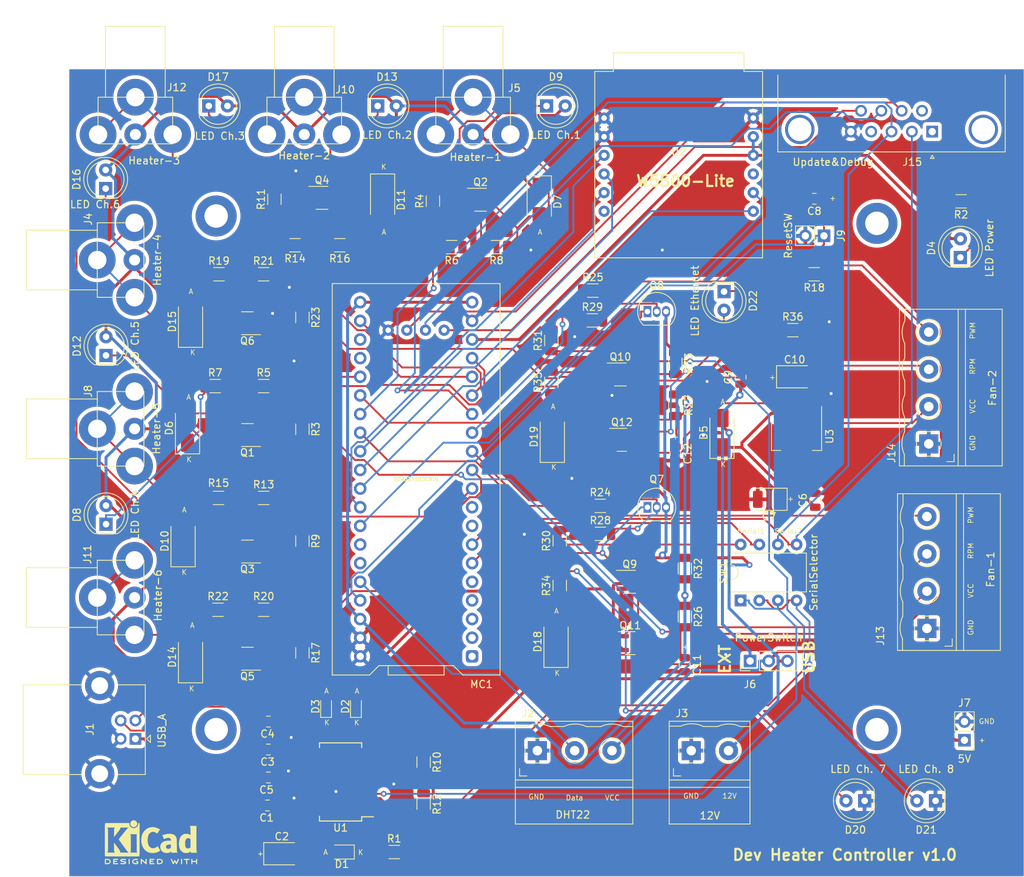
<source format=kicad_pcb>
(kicad_pcb (version 20221018) (generator pcbnew)
  (title_block (title "Dew Heater Controller"))
  (layers (0 "F.Cu" signal) (31 "B.Cu" signal) (34 "B.Paste" user) (35 "F.Paste" user) (36 "B.SilkS" user "B.Silkscreen") (37 "F.SilkS" user "F.Silkscreen") (38 "B.Mask" user) (39 "F.Mask" user) (44 "Edge.Cuts" user))
  (net 0 "")
  (net 1 "/5VUSB")
  (net 2 "GND")
  (net 3 "Net-(J1-D+)")
  (net 4 "Net-(J1-D-)")
  (net 5 "Net-(U1-3V3OUT)")
  (net 6 "/Reset")
  (net 7 "/RPM1")
  (net 8 "/RPM2")
  (net 9 "Net-(D1-K)")
  (net 10 "Net-(D2-K)")
  (net 11 "Net-(D2-A)")
  (net 12 "Net-(D3-K)")
  (net 13 "Net-(D3-A)")
  (net 14 "Net-(D4-K)")
  (net 15 "/12V")
  (net 16 "Net-(D6-A)")
  (net 17 "Net-(D7-A)")
  (net 18 "Net-(D10-A)")
  (net 19 "Net-(D11-A)")
  (net 20 "Net-(D8-K)")
  (net 21 "Net-(D9-K)")
  (net 22 "Net-(D14-A)")
  (net 23 "Net-(D15-A)")
  (net 24 "Net-(D12-K)")
  (net 25 "Net-(D13-K)")
  (net 26 "Net-(D18-K)")
  (net 27 "Net-(D19-K)")
  (net 28 "Net-(D20-A)")
  (net 29 "Net-(D21-A)")
  (net 30 "/DHT22")
  (net 31 "/PWM7")
  (net 32 "/PWM8")
  (net 34 "/RX2")
  (net 35 "/TX2")
  (net 38 "Net-(MC1-SWCLK_PA14)")
  (net 39 "Net-(MC1-SWDIO_PA13)")
  (net 40 "/ETHRST")
  (net 41 "/PWM5")
  (net 42 "/PWM6")
  (net 43 "/TX1")
  (net 44 "/RX1")
  (net 47 "Net-(D16-K)")
  (net 48 "/PWM1")
  (net 49 "/PWM2")
  (net 50 "/PWM3")
  (net 51 "Net-(D17-K)")
  (net 52 "/EthLED")
  (net 53 "Net-(D22-K)")
  (net 54 "/5V")
  (net 55 "/3V3")
  (net 61 "/ETHCS")
  (net 62 "/SCK")
  (net 63 "/MISO")
  (net 64 "/MOSI")
  (net 65 "/PWM4")
  (net 66 "Net-(Q1-G)")
  (net 67 "Net-(Q2-G)")
  (net 68 "Net-(Q3-G)")
  (net 69 "Net-(Q4-G)")
  (net 70 "Net-(Q5-G)")
  (net 71 "Net-(Q6-G)")
  (net 72 "Net-(Q7-E)")
  (net 73 "Net-(Q7-B)")
  (net 74 "Net-(Q10-G)")
  (net 75 "Net-(Q8-B)")
  (net 76 "Net-(Q11-G)")
  (net 77 "Net-(Q10-D)")
  (net 95 "/5VEXT")
  (net 96 "/RX")
  (net 97 "/TX")
  (net 98 "Net-(D5-K)")
  (net 99 "Net-(J15-Pad9)")
  (footprint "Resistor_SMD:R_1206_3216Metric" (layer "F.Cu") (at 82.042 85.6005 90)
    (fp_text reference "R34")
    (fp_text value "4.7K")
  )
  (footprint "Resistor_SMD:R_1206_3216Metric" (layer "F.Cu") (at 99.081 89.8279 -90)
    (fp_text reference "R26")
    (fp_text value "1K")
  )
  (footprint "Connector_PinHeader_2.54mm:PinHeader_1x02_P2.54mm_Vertical" (layer "F.Cu") (at 137.16 106.68 180)
    (fp_text reference "J7")
    (fp_text value "5V")
  )
  (footprint "Resistor_SMD:R_1206_3216Metric" (layer "F.Cu") (at 80.899 57.9105 90)
    (fp_text reference "R35")
    (fp_text value "4.7K")
  )
  (footprint "Resistor_SMD:R_1206_3216Metric" (layer "F.Cu") (at 64.77 33.2125 90)
    (fp_text reference "R4")
    (fp_text value "1K")
  )
  (footprint "Resistor_SMD:R_1206_3216Metric" (layer "F.Cu") (at 97.79 61.029 -90)
    (fp_text reference "R27")
    (fp_text value "1K")
  )
  (footprint "Capacitor_SMD:C_0805_2012Metric" (layer "F.Cu") (at 42.353 111.76)
    (fp_text reference "C5")
    (fp_text value "100n")
  )
  (footprint "Package_SO:SSOP-28_5.3x10.2mm_P0.65mm" (layer "F.Cu") (at 52.1902 112.3644 180)
    (fp_text reference "U1")
    (fp_text value "FT232RL")
  )
  (footprint "Diode_SMD:D_SMA" (layer "F.Cu") (at 31.75 95.347 90)
    (fp_text reference "D14")
    (fp_text value "SS54")
  )
  (footprint "LED_THT:LED_D5.0mm" (layer "F.Cu") (at 133.223 114.935 180)
    (fp_text reference "D21")
    (fp_text value "LED Ch. 8")
  )
  (footprint "Connector_USB:USB_B_Lumberg_2411_02_Horizontal" (layer "F.Cu") (at 24.24 106.49 180)
    (fp_text reference "J1")
    (fp_text value "USB_A")
  )
  (footprint "Resistor_SMD:R_1206_3216Metric" (layer "F.Cu") (at 43.18 32.9585 90)
    (fp_text reference "R11")
    (fp_text value "1K")
  )
  (footprint "Resistor_SMD:R_1206_3216Metric" (layer "F.Cu") (at 35.56 73.66 180)
    (fp_text reference "R15")
    (fp_text value "4.7K")
  )
  (footprint "Diode_SMD:D_SMA" (layer "F.Cu") (at 81.026 65.31 90)
    (fp_text reference "D19")
    (fp_text value "SS54")
  )
  (footprint "MyCustom:SOT-23-DS-inv" (layer "F.Cu") (at 90.5025 65.741)
    (fp_text reference "Q12")
    (fp_text value "AO3401A")
  )
  (footprint "Resistor_SMD:R_1206_3216Metric" (layer "F.Cu") (at 59.4975 121.92)
    (fp_text reference "R1")
    (fp_text value "1k")
  )
  (footprint "LED_THT:LED_D5.0mm" (layer "F.Cu") (at 136.61 40.89 90)
    (fp_text reference "D4")
    (fp_text value "LED Power")
  )
  (footprint "MyCustom:SOT-23-3-DS-inv" (layer "F.Cu") (at 39.5025 65.09 180)
    (fp_text reference "Q1")
    (fp_text value "AO3400A")
  )
  (footprint "Resistor_SMD:R_1206_3216Metric" (layer "F.Cu") (at 116.7025 43.18 180)
    (fp_text reference "R18")
    (fp_text value "4.7k")
  )
  (footprint "Package_TO_SOT_THT:TO-92_Inline" (layer "F.Cu") (at 93.98 74.93)
    (fp_text reference "Q7")
    (fp_text value "PN2222A")
  )
  (footprint "Resistor_SMD:R_1206_3216Metric" (layer "F.Cu") (at 41.7175 73.66)
    (fp_text reference "R13")
    (fp_text value "10K")
  )
  (footprint "Resistor_SMD:R_1206_3216Metric" (layer "F.Cu") (at 73.4196 39.48 180)
    (fp_text reference "R8")
    (fp_text value "4.7K")
  )
  (footprint "MountingHole:MountingHole_3.2mm_M3_DIN965_Pad" (layer "F.Cu") (at 35.24 35.24)
    (fp_text reference "MH1")
    (fp_text value "MountingHole_3.2mm_M3_DIN965_Pad" hide)
  )
  (footprint "Capacitor_SMD:C_0805_2012Metric" (layer "F.Cu") (at 42.353 107.95 180)
    (fp_text reference "C3")
    (fp_text value "47p")
  )
  (footprint "Connector_Dsub:DSUB-9_Male_Horizontal_P2.77x2.84mm_EdgePinOffset4.94mm_Housed_MountingHolesOffset7.48mm" (layer "F.Cu") (at 132.77 23.74 180)
    (fp_text reference "J15")
    (fp_text value "Update&Debug")
  )
  (footprint "Capacitor_Tantalum_SMD:CP_EIA-3528-21_Kemet-B" (layer "F.Cu") (at 44.1825 122.15)
    (fp_text reference "C2")
    (fp_text value "4.7u")
  )
  (footprint "LED_THT:LED_D5.0mm" (layer "F.Cu") (at 20.24 54.24 90)
    (fp_text reference "D12")
    (fp_text value "LED Ch.5")
  )
  (footprint "Resistor_SMD:R_1206_3216Metric" (layer "F.Cu") (at 63.5 115.3775 -90)
    (fp_text reference "R12")
    (fp_text value "300")
  )
  (footprint "Diode_SMD:D_SMA" (layer "F.Cu") (at 31.344 64.146 90)
    (fp_text reference "D6")
    (fp_text value "SS54")
  )
  (footprint "Capacitor_SMD:C_0805_2012Metric" (layer "F.Cu") (at 99.06 96.393 -90)
    (fp_text reference "C11")
    (fp_text value "1u")
  )
  (footprint "Capacitor_SMD:C_0805_2012Metric" (layer "F.Cu") (at 42.353 104.14 180)
    (fp_text reference "C4")
    (fp_text value "47p")
  )
  (footprint "Resistor_SMD:R_1206_3216Metric" (layer "F.Cu") (at 86.487 49.467)
    (fp_text reference "R29")
    (fp_text value "4.7K")
  )
  (footprint "MountingHole:MountingHole_3.2mm_M3_DIN965_Pad" (layer "F.Cu") (at 125.24 105.24)
    (fp_text reference "MH4")
    (fp_text value "MountingHole_3.2mm_M3_DIN965_Pad" hide)
  )
  (footprint "Diode_SMD:D_SMA" (layer "F.Cu") (at 81.534 93.25 90)
    (fp_text reference "D18")
    (fp_text value "SS54")
  )
  (footprint "MyCustom:SOT-23-3-DS-inv" (layer "F.Cu") (at 71.2525 33.02)
    (fp_text reference "Q2")
    (fp_text value "AO3400A")
  )
  (footprint "MyCustom:RCA_F_4Pin_15mm_11mm" (layer "F.Cu") (at 47.24 19.05 180)
    (fp_text reference "J10")
    (fp_text value "Heater-2")
  )
  (footprint "Resistor_SMD:R_1206_3216Metric" (layer "F.Cu") (at 86.5485 45.403)
    (fp_text reference "R25")
    (fp_text value "750")
  )
  (footprint "Capacitor_SMD:C_0805_2012Metric" (layer "F.Cu") (at 116.713 32.893 180)
    (fp_text reference "C8")
    (fp_text value "1u")
  )
  (footprint "MyCustom:TerminalBlock_PTR_AKZ950-4_P5.08mm_Vertical" (layer "F.Cu") (at 132.304 66.294 90)
    (fp_text reference "J14")
    (fp_text value "Fan-2")
  )
  (footprint "Capacitor_SMD:C_0805_2012Metric" (layer "F.Cu") (at 42.23 115.57 180)
    (fp_text reference "C1")
    (fp_text value "100n")
  )
  (footprint "LED_SMD:LED_0603_1608Metric" (layer "F.Cu") (at 50.216 102.0825 90)
    (fp_text reference "D3")
    (fp_text value "LED Red")
  )
  (footprint "Resistor_SMD:R_1206_3216Metric" (layer "F.Cu") (at 113.79 50.8)
    (fp_text reference "R36")
    (fp_text value "3K")
  )
  (footprint "Resistor_SMD:R_1206_3216Metric" (layer "F.Cu") (at 46.99 49.0575 -90)
    (fp_text reference "R23")
    (fp_text value "4.7K")
  )
  (footprint "MyCustom:RCA_F_4Pin_15mm_11mm" (layer "F.Cu") (at 24.24 19.05 180)
    (fp_text reference "J12")
    (fp_text value "Heater-3")
  )
  (footprint "Symbol:KiCad-Logo2_5mm_SilkScreen" (layer "F.Cu") (at 26.3652 120.5738)
    (fp_text reference "REF**" hide)
    (fp_text value "KiCad-Logo2_5mm_SilkScreen" hide)
  )
  (footprint "LED_THT:LED_D5.0mm" (layer "F.Cu") (at 57.24 20.24)
    (fp_text reference "D13")
    (fp_text value "LED Ch.2")
  )
  (footprint "Package_TO_SOT_SMD:SOT-223" (layer "F.Cu") (at 114.3 65.283 -90)
    (fp_text reference "U3")
    (fp_text value "AZ1117-5.0")
  )
  (footprint "MyCustom:RCA_F_4Pin_15mm_11mm" (layer "F.Cu") (at 70.24 19.05 180)
    (fp_text reference "J5")
    (fp_text value "Heater-1")
  )
  (footprint "Package_TO_SOT_THT:TO-92_Inline" (layer "F.Cu") (at 93.98 48.26)
    (fp_text reference "Q8")
    (fp_text value "PN2222A")
  )
  (footprint "Resistor_SMD:R_1206_3216Metric" (layer "F.Cu") (at 35.6215 43.18)
    (fp_text reference "R19")
    (fp_text value "1K")
  )
  (footprint "Resistor_SMD:R_1206_3216Metric" (layer "F.Cu") (at 97.79 55.314 -90)
    (fp_text reference "R33")
    (fp_text value "1K")
  )
  (footprint "MyCustom:RCA_F_4Pin_15mm_11mm" (layer "F.Cu") (at 19.05 64.24 -90)
    (fp_text reference "J8")
    (fp_text value "Heater-5")
  )
  (footprint "Resistor_SMD:R_1206_3216Metric" (layer "F.Cu") (at 41.7175 88.9)
    (fp_text reference "R20")
    (fp_text value "10K")
  )
  (footprint "Resistor_SMD:R_1206_3216Metric" (layer "F.Cu") (at 67.3236 39.48 180)
    (fp_text reference "R6")
    (fp_text value "10K")
  )
  (footprint "Capacitor_SMD:C_0805_2012Metric" (layer "F.Cu") (at 106.68 57.204 90)
    (fp_text reference "C9")
    (fp_text value "100n")
  )
  (footprint "Resistor_SMD:R_1206_3216Metric" (layer "F.Cu") (at 87.5685 74.74)
    (fp_text reference "R24")
    (fp_text value "750")
  )
  (footprint "MyCustom:TerminalBlock_PTR_AKZ950-2_P5.08mm_Vertical" (layer "F.Cu") (at 99.949 108.097)
    (fp_text reference "J3")
    (fp_text value "12V")
  )
  (footprint "LED_THT:LED_D5.0mm" (layer "F.Cu") (at 20.193 31.501 90)
    (fp_text reference "D16")
    (fp_text value "LED Ch.6")
  )
  (footprint "Package_DIP:DIP-8_W7.62mm" (layer "F.Cu") (at 106.68 87.63 90)
    (fp_text reference "SW1")
    (fp_text value "SerialSelector")
  )
  (footprint "Diode_SMD:D_SMA" (layer "F.Cu") (at 31.75 49.627 90)
    (fp_text reference "D15")
    (fp_text value "SS54")
  )
  (footprint "LED_SMD:LED_0805_2012Metric" (layer "F.Cu") (at 52.372 121.92 180)
    (fp_text reference "D1")
    (fp_text value "LED")
  )
  (footprint "MyCustom:W5500_Lite" (layer "F.Cu") (at 98.24 28.24)
    (fp_text reference "U2")
    (fp_text value "W5500_Lite_Ethernet_module")
  )
  (footprint "Capacitor_SMD:C_0805_2012Metric" (layer "F.Cu") (at 116.84 73.98 90)
    (fp_text reference "C6")
    (fp_text value "100n")
  )
  (footprint "MyCustom:SOT-23-DS-inv" (layer "F.Cu") (at 91.654 93.448)
    (fp_text reference "Q11")
    (fp_text value "AO3401A")
  )
  (footprint "MountingHole:MountingHole_3.2mm_M3_DIN965_Pad" (layer "F.Cu") (at 35.24 105.24)
    (fp_text reference "MH3")
    (fp_text value "MountingHole_3.2mm_M3_DIN965_Pad" hide)
  )
  (footprint "Resistor_SMD:R_1206_3216Metric" (layer "F.Cu") (at 41.7175 58.42)
    (fp_text reference "R5")
    (fp_text value "10K")
  )
  (footprint "Resistor_SMD:R_1206_3216Metric" (layer "F.Cu") (at 41.7175 43.18)
    (fp_text reference "R21")
    (fp_text value "10K")
  )
  (footprint "Resistor_SMD:R_1206_3216Metric" (layer "F.Cu") (at 87.5685 78.55)
    (fp_text reference "R28")
    (fp_text value "4.7K")
  )
  (footprint "MyCustom:SOT-23-3-DS-inv" (layer "F.Cu") (at 39.5025 49.85 180)
    (fp_text reference "Q6")
    (fp_text value "AO3400A")
  )
  (footprint "LED_SMD:LED_0603_1608Metric" (layer "F.Cu") (at 54.28 102.0825 90)
    (fp_text reference "D2")
    (fp_text value "LED Blue")
  )
  (footprint "Resistor_SMD:R_1206_3216Metric" (layer "F.Cu") (at 46.99 94.7775 -90)
    (fp_text reference "R17")
    (fp_text value "1K")
  )
  (footprint "MyCustom:STM32F103C8T6" (layer "F.Cu") (at 70.104 95.25 180)
    (fp_text reference "MC1")
    (fp_text value "STM32F103C8T6-board")
  )
  (footprint "Resistor_SMD:R_1206_3216Metric" (layer "F.Cu") (at 82.042 79.5045 90)
    (fp_text reference "R30")
    (fp_text value "1K")
  )
  (footprint "Capacitor_SMD:C_0805_2012Metric" (layer "F.Cu") (at 97.79 67.63 -90)
    (fp_text reference "C12")
    (fp_text value "1u")
  )
  (footprint "MountingHole:MountingHole_3.2mm_M3_DIN965_Pad" (layer "F.Cu") (at 125.24 36.24)
    (fp_text reference "MH2")
    (fp_text value "MountingHole_3.2mm_M3_DIN965_Pad" hide)
  )
  (footprint "MyCustom:SOT-23-3-DS-inv" (layer "F.Cu") (at 90.3025 56.839)
    (fp_text reference "Q10")
    (fp_text value "AO3400A")
  )
  (footprint "Resistor_SMD:R_1206_3216Metric" (layer "F.Cu") (at 99.081 83.2854 -90)
    (fp_text reference "R32")
    (fp_text value "1K")
  )
  (footprint "Resistor_SMD:R_1206_3216Metric" (layer "F.Cu") (at 46.99 79.5375 -90)
    (fp_text reference "R9")
    (fp_text value "1K")
  )
  (footprint "Resistor_SMD:R_1206_3216Metric" (layer "F.Cu") (at 136.7025 33.24 180)
    (fp_text reference "R2")
    (fp_text value "1K")
  )
  (footprint "Resistor_SMD:R_1206_3216Metric" (layer "F.Cu") (at 35.4985 88.9)
    (fp_text reference "R22")
    (fp_text value "4.7K")
  )
  (footprint "MyCustom:RCA_F_4Pin_15mm_11mm" (layer "F.Cu") (at 19.05 87.24 -90)
    (fp_text reference "J11")
    (fp_text value "Heater-6")
  )
  (footprint "MyCustom:SOT-23-3-DS-inv" (layer "F.Cu") (at 39.5025 95.57 180)
    (fp_text reference "Q5")
    (fp_text value "AO3400A")
  )
  (footprint "Capacitor_Tantalum_SMD:CP_EIA-3528-21_Kemet-B" (layer "F.Cu") (at 114.0325 57.15)
    (fp_text reference "C10")
    (fp_text value "10u")
  )
  (footprint "Resistor_SMD:R_1206_3216Metric" (layer "F.Cu") (at 45.9876 39.226 180)
    (fp_text reference "R14")
    (fp_text value "10K")
  )
  (footprint "LED_THT:LED_D5.0mm" (layer "F.Cu") (at 34.24 20.24)
    (fp_text reference "D17")
    (fp_text value "LED Ch.3")
  )
  (footprint "LED_THT:LED_D5.0mm" (layer "F.Cu") (at 104.42 45.54 -90)
    (fp_text reference "D22")
    (fp_text value "LED Ethernet")
  )
  (footprint "Resistor_SMD:R_1206_3216Metric" (layer "F.Cu") (at 52.0836 39.226 180)
    (fp_text reference "R16")
    (fp_text value "4.7K")
  )
  (footprint "MyCustom:SOT-23-3-DS-inv" (layer "F.Cu") (at 91.5725 85.09)
    (fp_text reference "Q9")
    (fp_text value "AO3400A")
  )
  (footprint "MyCustom:TerminalBlock_PTR_AKZ950-3_P5.08mm_Vertical" (layer "F.Cu") (at 78.994 108.097)
    (fp_text reference "J2")
    (fp_text value "DHT22")
  )
  (footprint "Resistor_SMD:R_1206_3216Metric" (layer "F.Cu") (at 35.1135 58.42)
    (fp_text reference "R7")
    (fp_text value "4.7K")
  )
  (footprint "Diode_SMD:D_SMA" (layer "F.Cu") (at 104.14 64.77 90)
    (fp_text reference "D5")
    (fp_text value "SS54")
  )
  (footprint "MyCustom:RCA_F_4Pin_15mm_11mm" (layer "F.Cu") (at 19.05 41.24 -90)
    (fp_text reference "J4")
    (fp_text value "Heater-4")
  )
  (footprint "Resistor_SMD:R_1206_3216Metric" (layer "F.Cu") (at 63.5 109.6665 -90)
    (fp_text reference "R10")
    (fp_text value "300")
  )
  (footprint "Resistor_SMD:R_1206_3216Metric" (layer "F.Cu") (at 80.899 52.1995 90)
    (fp_text reference "R31")
    (fp_text value "1K")
  )
  (footprint "Capacitor_Tantalum_SMD:CP_EIA-3528-21_Kemet-B" (layer "F.Cu") (at 110.555 73.845 180)
    (fp_text reference "C7")
    (fp_text value "10u")
  )
  (footprint "Diode_SMD:D_SMA" (layer "F.Cu") (at 57.912 33.02 -90)
    (fp_text reference "D11")
    (fp_text value "SS54")
  )
  (footprint "MyCustom:SOT-23-3-DS-inv" (layer "F.Cu") (at 39.5025 80.96 180)
    (fp_text reference "Q3")
    (fp_text value "AO3400A")
  )
  (footprint "Resistor_SMD:R_1206_3216Metric" (layer "F.Cu") (at 46.99 64.2975 -90)
    (fp_text reference "R3")
    (fp_text value "1K")
  )
  (footprint "LED_THT:LED_D5.0mm" (layer "F.Cu") (at 80.24 20.24)
    (fp_text reference "D9")
    (fp_text value "LED Ch.1")
  )
  (footprint "Diode_SMD:D_SMA" (layer "F.Cu") (at 79.248 33.274 -90)
    (fp_text reference "D7")
    (fp_text value "SS54")
  )
  (footprint "Diode_SMD:D_SMA" (layer "F.Cu") (at 30.734 79.5375 90)
    (fp_text reference "D10")
    (fp_text value "SS54")
  )
  (footprint "Connector_PinHeader_2.54mm:PinHeader_1x02_P2.54mm_Vertical" (layer "F.Cu") (at 118.034 37.938 -90)
    (fp_text reference "J9")
    (fp_text value "ResetSW")
  )
  (footprint "LED_THT:LED_D5.0mm" (layer "F.Cu") (at 123.571 114.935 180)
    (fp_text reference "D20")
    (fp_text value "LED Ch. 7")
  )
  (footprint "Connector_PinHeader_2.54mm:PinHeader_1x03_P2.54mm_Vertical" (layer "F.Cu") (at 107.965 95.885 90)
    (fp_text reference "J6")
    (fp_text value "PowerSwitch")
  )
  (footprint "MyCustom:TerminalBlock_PTR_AKZ950-4_P5.08mm_Vertical" (layer "F.Cu") (at 132.05 91.44 90)
    (fp_text reference "J13")
    (fp_text value "Fan-1")
  )
  (footprint "LED_THT:LED_D5.0mm" (layer "F.Cu") (at 20.24 77.24 90)
    (fp_text reference "D8")
    (fp_text value "LED Ch.4")
  )
  (footprint "MyCustom:SOT-23-3-DS-inv" (layer "F.Cu") (at 49.6625 32.76)
    (fp_text reference "Q4")
    (fp_text value "AO3400A")
  )
  (gr_rect (start 15.24 15.24) (end 145.24 125.24) (stroke (width 0.05)) (fill none) (layer "Edge.Cuts"))
  (gr_text "12V" (at 104.14 114.681) (layer "F.SilkS") (effects (font (size 0.7 0.7) (thickness 0.1)) (justify left bottom)))
  (gr_text "Serial1" (at 106.172 78.613) (layer "F.SilkS") (effects (font (size 0.7 0.7) (thickness 0.1)) (justify left bottom)))
  (gr_text "K" (at 31.496 100.076) (layer "F.SilkS") (effects (font (size 0.7 0.7) (thickness 0.1)) (justify left bottom)))
  (gr_text "K" (at 78.994 29.21) (layer "F.SilkS") (effects (font (size 0.7 0.7) (thickness 0.1)) (justify left bottom)))
  (gr_text "+" (at 118.7196 33.2232) (layer "F.SilkS") (effects (font (size 0.7 0.7) (thickness 0.1)) (justify left bottom)))
  (gr_text "K" (at 31.14 68.84) (layer "F.SilkS") (effects (font (size 0.7 0.7) (thickness 0.1)) (justify left bottom)))
  (gr_text "Dev Heater Controller v1.0" (at 105.41 123.19) (layer "F.SilkS") (effects (font (size 1.5 1.5) (thickness 0.3) bold) (justify left bottom)))
  (gr_text "K" (at 81.28 97.9424) (layer "F.SilkS") (effects (font (size 0.7 0.7) (thickness 0.1)) (justify left bottom)))
  (gr_text "K" (at 103.886 69.4944) (layer "F.SilkS") (effects (font (size 0.7 0.7) (thickness 0.1)) (justify left bottom)))
  (gr_text "PWM" (at 138.684 52.07 90) (layer "F.SilkS") (effects (font (size 0.7 0.7) (thickness 0.1)) (justify left bottom)))
  (gr_text "+" (at 98.6536 94.361) (layer "F.SilkS") (effects (font (size 0.7 0.7) (thickness 0.1)) (justify left bottom)))
  (gr_text "K" (at 57.658 28.956) (layer "F.SilkS") (effects (font (size 0.7 0.7) (thickness 0.1)) (justify left bottom)))
  (gr_text "GND" (at 98.806 114.681) (layer "F.SilkS") (effects (font (size 0.7 0.7) (thickness 0.1)) (justify left bottom)))
  (gr_text "A" (at 49.784 122.3518) (layer "F.SilkS") (effects (font (size 0.7 0.7) (thickness 0.1)) (justify left bottom)))
  (gr_text "A" (at 31.44 45.94) (layer "F.SilkS") (effects (font (size 0.7 0.7) (thickness 0.1)) (justify left bottom)))
  (gr_text "A" (at 57.7342 37.846) (layer "F.SilkS") (effects (font (size 0.7 0.7) (thickness 0.1)) (justify left bottom)))
  (gr_text "A" (at 30.54 75.692) (layer "F.SilkS") (effects (font (size 0.7 0.7) (thickness 0.1)) (justify left bottom)))
  (gr_text "K" (at 49.911 104.6988) (layer "F.SilkS") (effects (font (size 0.7 0.7) (thickness 0.1)) (justify left bottom)))
  (gr_text "RPM" (at 138.43 82.042 90) (layer "F.SilkS") (effects (font (size 0.7 0.7) (thickness 0.1)) (justify left bottom)))
  (gr_text "Serial2" (at 111.252 78.613) (layer "F.SilkS") (effects (font (size 0.7 0.7) (thickness 0.1)) (justify left bottom)))
  (gr_text "K" (at 80.8228 69.8754) (layer "F.SilkS") (effects (font (size 0.7 0.7) (thickness 0.1)) (justify left bottom)))
  (gr_text "+" (at 113.8428 74.3204 90) (layer "F.SilkS") (effects (font (size 0.7 0.7) (thickness 0.1)) (justify left bottom)))
  (gr_text "RPM" (at 138.684 56.896 90) (layer "F.SilkS") (effects (font (size 0.7 0.7) (thickness 0.1)) (justify left bottom)))
  (gr_text "Data" (at 82.804 114.935) (layer "F.SilkS") (effects (font (size 0.7 0.7) (thickness 0.1)) (justify left bottom)))
  (gr_text "K" (at 54.5084 122.3772) (layer "F.SilkS") (effects (font (size 0.7 0.7) (thickness 0.1)) (justify left bottom)))
  (gr_text "+" (at 110.6515 56.765 -90) (layer "F.SilkS") (effects (font (size 0.7 0.7) (thickness 0.1)) (justify left bottom)))
  (gr_text "+" (at 139.065 107.061) (layer "F.SilkS") (effects (font (size 0.7 0.7) (thickness 0.1)) (justify left bottom)))
  (gr_text "A" (at 54.057 100.3808) (layer "F.SilkS") (effects (font (size 0.7 0.7) (thickness 0.1)) (justify left bottom)))
  (gr_text "VCC" (at 138.684 62.23 90) (layer "F.SilkS") (effects (font (size 0.7 0.7) (thickness 0.1)) (justify left bottom)))
  (gr_text "A" (at 80.772 61.6204) (layer "F.SilkS") (effects (font (size 0.7 0.7) (thickness 0.1)) (justify left bottom)))
  (gr_text "EXT" (at 105.41 97.79 90) (layer "F.SilkS") (effects (font (size 1.5 1.5) (thickness 0.3) bold) (justify left bottom)))
  (gr_text "PWM" (at 138.43 77.216 90) (layer "F.SilkS") (effects (font (size 0.7 0.7) (thickness 0.1)) (justify left bottom)))
  (gr_text "GND" (at 138.684 67.31 90) (layer "F.SilkS") (effects (font (size 0.7 0.7) (thickness 0.1)) (justify left bottom)))
  (gr_text "+" (at 40.767 122.5296) (layer "F.SilkS") (effects (font (size 0.7 0.7) (thickness 0.1)) (justify left bottom)))
  (gr_text "A" (at 31.14 60.34) (layer "F.SilkS") (effects (font (size 0.7 0.7) (thickness 0.1)) (justify left bottom)))
  (gr_text "VCC" (at 88.138 114.935) (layer "F.SilkS") (effects (font (size 0.7 0.7) (thickness 0.1)) (justify left bottom)))
  (gr_text "A" (at 81.2292 89.4842) (layer "F.SilkS") (effects (font (size 0.7 0.7) (thickness 0.1)) (justify left bottom)))
  (gr_text "VCC" (at 138.43 87.376 90) (layer "F.SilkS") (effects (font (size 0.7 0.7) (thickness 0.1)) (justify left bottom)))
  (gr_text "A" (at 78.994 37.846) (layer "F.SilkS") (effects (font (size 0.7 0.7) (thickness 0.1)) (justify left bottom)))
  (gr_text "K" (at 53.975 104.6988) (layer "F.SilkS") (effects (font (size 0.7 0.7) (thickness 0.1)) (justify left bottom)))
  (gr_text "W5500-Lite" (at 92.3036 31.3436) (layer "F.SilkS") (effects (font (size 1.5 1.5) (thickness 0.3) bold) (justify left bottom)))
  (gr_text "A" (at 103.886 60.96) (layer "F.SilkS") (effects (font (size 0.7 0.7) (thickness 0.1)) (justify left bottom)))
  (gr_text "+" (at 97.3074 65.7606) (layer "F.SilkS") (effects (font (size 0.7 0.7) (thickness 0.1)) (justify left bottom)))
  (gr_text "USB" (at 116.84 97.79 90) (layer "F.SilkS") (effects (font (size 1.5 1.5) (thickness 0.3) bold) (justify left bottom)))
  (gr_text "K" (at 31.64 54.24) (layer "F.SilkS") (effects (font (size 0.7 0.7) (thickness 0.1)) (justify left bottom)))
  (gr_text "GND" (at 77.724 114.808) (layer "F.SilkS") (effects (font (size 0.7 0.7) (thickness 0.1)) (justify left bottom)))
  (gr_text "A" (at 31.623 91.44) (layer "F.SilkS") (effects (font (size 0.7 0.7) (thickness 0.1)) (justify left bottom)))
  (gr_text "K" (at 30.48 84.201) (layer "F.SilkS") (effects (font (size 0.7 0.7) (thickness 0.1)) (justify left bottom)))
  (gr_text "A" (at 49.911 100.3808) (layer "F.SilkS") (effects (font (size 0.7 0.7) (thickness 0.1)) (justify left bottom)))
  (gr_text "GND" (at 139.065 104.521) (layer "F.SilkS") (effects (font (size 0.7 0.7) (thickness 0.1)) (justify left bottom)))
  (gr_text "GND" (at 138.43 92.456 90) (layer "F.SilkS") (effects (font (size 0.7 0.7) (thickness 0.1)) (justify left bottom)))
  (segment (start 55.7902 114.6394) (end 54.5151 114.6394) (width 0.4) (layer "F.Cu") (net 1))
  (segment (start 51.4345 121.92) (end 50.2384 120.7239) (width 0.4) (layer "F.Cu") (net 1))
  (segment (start 44.2275 116.6175) (end 43.18 115.57) (width 0.4) (layer "F.Cu") (net 1))
  (segment (start 32.6766 113.7265) (end 41.382 113.7265) (width 0.4) (layer "F.Cu") (net 1))
  (segment (start 48.5902 111.3894) (end 48.5902 110.7394) (width 0.4) (layer "F.Cu") (net 1))
  (segment (start 64.8098 114.9196) (end 63.5 116.2294) (width 0.4) (layer "F.Cu") (net 1))
  (segment (start 43.18 115.57) (end 43.18 115.5245) (width 0.4) (layer "F.Cu") (net 1))
  (segment (start 50.2384 120.7239) (end 50.2384 120.5675) (width 0.4) (layer "F.Cu") (net 1))
  (segment (start 41.382 113.7265) (end 43.18 115.5245) (width 0.4) (layer "F.Cu") (net 1))
  (segment (start 59.1712 116.2294) (end 63.5 116.2294) (width 0.4) (layer "F.Cu") (net 1))
  (segment (start 111.7949 96.4319) (end 109.9273 98.2995) (width 0.4) (layer "F.Cu") (net 1))
  (segment (start 44.2275 120.5675) (end 42.645 122.15) (width 0.4) (layer "F.Cu") (net 1))
  (segment (start 43.18 114.681) (end 43.18 115.57) (width 0.4) (layer "F.Cu") (net 1))
  (segment (start 55.7902 114.6394) (end 57.5812 114.6394) (width 0.4) (layer "F.Cu") (net 1))
  (segment (start 44.2275 120.5675) (end 44.2275 116.6175) (width 0.4) (layer "F.Cu") (net 1))
  (segment (start 113.045 95.885) (end 111.7949 95.885) (width 0.4) (layer "F.Cu") (net 1))
  (segment (start 24.24 106.49) (end 25.4401 106.49) (width 0.4) (layer "F.Cu") (net 1))
  (segment (start 50.2384 120.5675) (end 44.2275 120.5675) (width 0.4) (layer "F.Cu") (net 1))
  (segment (start 109.9273 98.2995) (end 78.9491 98.2995) (width 0.4) (layer "F.Cu") (net 1))
  (segment (start 63.5 116.84) (end 63.5 116.2294) (width 0.4) (layer "F.Cu") (net 1))
  (segment (start 111.7949 95.885) (end 111.7949 96.4319) (width 0.4) (layer "F.Cu") (net 1))
  (segment (start 50.2384 118.9161) (end 54.5151 114.6394) (width 0.4) (layer "F.Cu") (net 1))
  (segment (start 57.5812 114.6394) (end 59.1712 116.2294) (width 0.4) (layer "F.Cu") (net 1))
  (segment (start 25.4401 106.49) (end 32.6766 113.7265) (width 0.4) (layer "F.Cu") (net 1))
  (segment (start 64.8098 112.4388) (end 64.8098 114.9196) (width 0.4) (layer "F.Cu") (net 1))
  (segment (start 63.5 111.129) (end 64.8098 112.4388) (width 0.4) (layer "F.Cu") (net 1))
  (segment (start 48.5902 111.3894) (end 46.4716 111.3894) (width 0.4) (layer "F.Cu") (net 1))
  (segment (start 46.4716 111.3894) (end 43.18 114.681) (width 0.4) (layer "F.Cu") (net 1))
  (segment (start 50.2384 120.5675) (end 50.2384 118.9161) (width 0.4) (layer "F.Cu") (net 1))
  (segment (start 78.9491 98.2995) (end 64.8098 112.4388) (width 0.4) (layer "F.Cu") (net 1))
  (segment (start 45.8666 110.0894) (end 45.085 110.871) (width 0.4) (layer "F.Cu") (net 2))
  (segment (start 45.847 114.554) (end 45.847 114.427) (width 0.4) (layer "F.Cu") (net 2))
  (segment (start 47.0916 112.0394) (end 45.974 113.157) (width 0.4) (layer "F.Cu") (net 2))
  (segment (start 55.7902 112.6894) (end 59.436 112.6894) (width 0.4) (layer "F.Cu") (net 2))
  (segment (start 45.085 110.871) (end 45.212 110.744) (width 0.4) (layer "F.Cu") (net 2))
  (segment (start 45.974 113.157) (end 45.847 113.284) (width 0.4) (layer "F.Cu") (net 2))
  (segment (start 50.5876 114.6394) (end 51.562 113.665) (width 0.4) (layer "F.Cu") (net 2))
  (segment (start 103.639 56.254) (end 102.108 57.785) (width 0.4) (layer "F.Cu") (net 2))
  (segment (start 48.5902 114.6394) (end 50.5876 114.6394) (width 0.4) (layer "F.Cu") (net 2))
  (segment (start 58.928 110.871) (end 58.801 110.998) (width 0.4) (layer "F.Cu") (net 2))
  (segment (start 48.5902 110.0894) (end 45.8666 110.0894) (width 0.4) (layer "F.Cu") (net 2))
  (segment (start 58.801 110.871) (end 58.928 110.871) (width 0.4) (layer "F.Cu") (net 2))
  (segment (start 58.801 110.998) (end 58.801 110.871) (width 0.4) (layer "F.Cu") (net 2))
  (segment (start 45.847 113.284) (end 45.847 114.554) (width 0.4) (layer "F.Cu") (net 2))
  (segment (start 48.5902 112.0394) (end 47.0916 112.0394) (width 0.4) (layer "F.Cu") (net 2))
  (segment (start 106.68 56.254) (end 103.639 56.254) (width 0.4) (layer "F.Cu") (net 2))
  (segment (start 89.154 59.69) (end 89.165 59.552) (width 0.4) (layer "F.Cu") (net 2))
  (segment (start 89.165 57.789) (end 89.154 59.69) (width 0.4) (layer "F.Cu") (net 2))
  (via (at 45.847 114.554) (size 0.8) (drill 0.4) (layers "F.Cu" "B.Cu") (net 2))
  (via (at 91.313 88.9) (size 0.8) (drill 0.4) (layers "F.Cu" "B.Cu") (net 2))
  (via (at 84.074 51.689) (size 0.8) (drill 0.4) (layers "F.Cu" "B.Cu") (net 2))
  (via (at 45.212 44.958) (size 0.8) (drill 0.4) (layers "F.Cu" "B.Cu") (net 2))
  (via (at 77.216 78.613) (size 0.8) (drill 0.4) (layers "F.Cu" "B.Cu") (net 2))
  (via (at 102.108 57.785) (size 0.8) (drill 0.4) (layers "F.Cu" "B.Cu") (net 2))
  (via (at 46.101 29.083) (size 0.8) (drill 0.4) (layers "F.Cu" "B.Cu") (net 2))
  (via (at 59.436 112.649) (size 0.8) (drill 0.4) (layers "F.Cu" "B.Cu") (net 2))
  (via (at 89.154 59.69) (size 0.8) (drill 0.4) (layers "F.Cu" "B.Cu") (net 2))
  (via (at 104.648 94.996) (size 0.8) (drill 0.4) (layers "F.Cu" "B.Cu") (net 2))
  (via (at 83.693 70.993) (size 0.8) (drill 0.4) (layers "F.Cu" "B.Cu") (net 2))
  (via (at 45.466 106.299) (size 0.8) (drill 0.4) (layers "F.Cu" "B.Cu") (net 2))
  (via (at 45.847 54.991) (size 0.8) (drill 0.4) (layers "F.Cu" "B.Cu") (net 2))
  (via (at 42.926 48.514) (size 0.8) (drill 0.4) (layers "F.Cu" "B.Cu") (net 2))
  (via (at 45.085 110.871) (size 0.8) (drill 0.4) (layers "F.Cu" "B.Cu") (net 2))
  (via (at 118.999 59.436) (size 0.8) (drill 0.4) (layers "F.Cu" "B.Cu") (net 2))
  (via (at 96.012 39.878) (size 0.8) (drill 0.4) (layers "F.Cu" "B.Cu") (net 2))
  (via (at 51.562 113.665) (size 0.8) (drill 0.4) (layers "F.Cu" "B.Cu") (net 2))
  (via (at 78.105 39.878) (size 0.8) (drill 0.4) (layers "F.Cu" "B.Cu") (net 2))
  (via (at 118.745 49.657) (size 0.8) (drill 0.4) (layers "F.Cu" "B.Cu") (net 2))
  (via (at 101.6 65.151) (size 0.8) (drill 0.4) (layers "F.Cu" "B.Cu") (net 2))
  (segment (start 84.074 51.689) (end 96.012 39.878) (width 0.4) (layer "B.Cu") (net 2))
  (segment (start 102.108 57.785) (end 101.6 58.293) (width 0.4) (layer "B.Cu") (net 2))
  (segment (start 101.6 58.293) (end 101.6 65.151) (width 0.4) (layer "B.Cu") (net 2))
  (segment (start 43.4924 108.1394) (end 43.303 107.95) (width 0.25) (layer "F.Cu") (net 3))
  (segment (start 34.2624 109.0429) (end 42.2101 109.0429) (width 0.25) (layer "F.Cu") (net 3))
  (segment (start 30.5843 105.3648) (end 34.2624 109.0429) (width 0.25) (layer "F.Cu") (net 3))
  (segment (start 42.2101 109.0429) (end 43.303 107.95) (width 0.25) (layer "F.Cu") (net 3))
  (segment (start 22.24 103.99) (end 23.6148 105.3648) (width 0.25) (layer "F.Cu") (net 3))
  (segment (start 48.5902 108.1394) (end 43.4924 108.1394) (width 0.25) (layer "F.Cu") (net 3))
  (segment (start 23.6148 105.3648) (end 30.5843 105.3648) (width 0.25) (layer "F.Cu") (net 3))
  (segment (start 43.303 104.14) (end 46.1875 104.14) (width 0.25) (layer "F.Cu") (net 4))
  (segment (start 46.1875 104.14) (end 49.7903 107.7428) (width 0.25) (layer "F.Cu") (net 4))
  (segment (start 26.1249 102.1051) (end 41.2681 102.1051) (width 0.25) (layer "F.Cu") (net 4))
  (segment (start 41.2681 102.1051) (end 43.303 104.14) (width 0.25) (layer "F.Cu") (net 4))
  (segment (start 48.5902 108.7894) (end 49.7903 108.7894) (width 0.25) (layer "F.Cu") (net 4))
  (segment (start 49.7903 107.7428) (end 49.7903 108.7894) (width 0.25) (layer "F.Cu") (net 4))
  (segment (start 24.24 103.99) (end 26.1249 102.1051) (width 0.25) (layer "F.Cu") (net 4))
  (segment (start 43.7236 109.4394) (end 41.403 111.76) (width 0.25) (layer "F.Cu") (net 5))
  (segment (start 48.5902 109.4394) (end 43.7236 109.4394) (width 0.25) (layer "F.Cu") (net 5))
  (segment (start 118.034 33.264) (end 118.034 37.938) (width 0.25) (layer "F.Cu") (net 6))
  (segment (start 115.24 41.9071) (end 115.24 43.18) (width 0.25) (layer "F.Cu") (net 6))
  (segment (start 117.663 32.893) (end 118.034 33.264) (width 0.25) (layer "F.Cu") (net 6))
  (segment (start 118.034 39.1131) (end 115.24 41.9071) (width 0.25) (layer "F.Cu") (net 6))
  (segment (start 118.034 37.938) (end 118.034 39.1131) (width 0.25) (layer "F.Cu") (net 6))
  (segment (start 62.8958 76.183) (end 55.2588 83.82) (width 0.25) (layer "B.Cu") (net 6))
  (segment (start 62.8958 75.1845) (end 62.8958 76.183) (width 0.25) (layer "B.Cu") (net 6))
  (segment (start 118.034 37.938) (end 116.8589 37.938) (width 0.25) (layer "B.Cu") (net 6))
  (segment (start 116.8589 38.3053) (end 116.0511 39.1131) (width 0.25) (layer "B.Cu") (net 6))
  (segment (start 53.6653 84.6235) (end 53.6653 86.4313) (width 0.25) (layer "B.Cu") (net 6))
  (segment (start 55.2588 83.82) (end 54.4688 83.82) (width 0.25) (layer "B.Cu") (net 6))
  (segment (start 94.4848 44.696) (end 70.6008 68.58) (width 0.25) (layer "B.Cu") (net 6))
  (segment (start 116.0511 39.1131) (end 108.7479 39.1131) (width 0.25) (layer "B.Cu") (net 6))
  (segment (start 108.7479 39.1131) (end 102.69 44.71) (width 0.25) (layer "B.Cu") (net 6))
  (segment (start 53.6653 86.4313) (end 54.864 87.63) (width 0.25) (layer "B.Cu") (net 6))
  (segment (start 102.69 44.71) (end 94.4848 44.696) (width 0.25) (layer "B.Cu") (net 6))
  (segment (start 54.4688 83.82) (end 53.6653 84.6235) (width 0.25) (layer "B.Cu") (net 6))
  (segment (start 69.5003 68.58) (end 62.8958 75.1845) (width 0.25) (layer "B.Cu") (net 6))
  (segment (start 70.6008 68.58) (end 69.5003 68.58) (width 0.25) (layer "B.Cu") (net 6))
  (segment (start 116.8589 37.938) (end 116.8589 38.3053) (width 0.25) (layer "B.Cu") (net 6))
  (segment (start 132.05 81.28) (end 122.0396 91.2904) (width 0.25) (layer "F.Cu") (net 7))
  (segment (start 98.4857 94.8687) (end 99.06 95.443) (width 0.25) (layer "F.Cu") (net 7))
  (segment (start 57.4194 70.5049) (end 68.6008 70.5049) (width 0.25) (layer "F.Cu") (net 7))
  (segment (start 98.4857 91.8857) (end 99.081 91.2904) (width 0.25) (layer "F.Cu") (net 7))
  (segment (start 46.6621 64.2975) (end 49.9515 64.2975) (width 0.25) (layer "F.Cu") (net 7))
  (segment (start 54.1392 68.4852) (end 55.3997 68.4852) (width 0.25) (layer "F.Cu") (net 7))
  (segment (start 98.4857 91.8857) (end 98.4857 94.8687) (width 0.25) (layer "F.Cu") (net 7))
  (segment (start 54.864 57.15) (end 50.9229 57.15) (width 0.25) (layer "F.Cu") (net 7))
  (segment (start 55.3997 68.4852) (end 57.4194 70.5049) (width 0.25) (layer "F.Cu") (net 7))
  (segment (start 96.0228 91.8857) (end 98.4857 91.8857) (width 0.25) (layer "F.Cu") (net 7))
  (segment (start 49.9515 64.2975) (end 54.1392 68.4852) (width 0.25) (layer "F.Cu") (net 7))
  (segment (start 122.0396 91.2904) (end 99.081 91.2904) (width 0.25) (layer "F.Cu") (net 7))
  (segment (start 45.7831 63.4185) (end 46.6621 64.2975) (width 0.25) (layer "F.Cu") (net 7))
  (segment (start 45.7831 62.2898) (end 45.7831 63.4185) (width 0.25) (layer "F.Cu") (net 7))
  (segment (start 50.9229 57.15) (end 45.7831 62.2898) (width 0.25) (layer "F.Cu") (net 7))
  (via (at 68.6008 70.5049) (size 0.8) (drill 0.4) (layers "F.Cu" "B.Cu") (net 7))
  (via (at 96.0228 91.8857) (size 0.8) (drill 0.4) (layers "F.Cu" "B.Cu") (net 7))
  (segment (start 75.2571 71.12) (end 96.0228 91.8857) (width 0.25) (layer "B.Cu") (net 7))
  (segment (start 68.6008 70.5049) (end 69.2159 71.12) (width 0.25) (layer "B.Cu") (net 7))
  (segment (start 69.2159 71.12) (end 75.2571 71.12) (width 0.25) (layer "B.Cu") (net 7))
  (segment (start 103.739 57.2555) (end 107.3307 57.2555) (width 0.25) (layer "F.Cu") (net 8))
  (segment (start 82.3546 58.4786) (end 83.312 59.436) (width 0.25) (layer "F.Cu") (net 8))
  (segment (start 83.566 62.992) (end 97.2895 62.992) (width 0.25) (layer "F.Cu") (net 8))
  (segment (start 77.9868 58.4786) (end 82.3546 58.4786) (width 0.25) (layer "F.Cu") (net 8))
  (segment (start 97.9058 62.4915) (end 97.9058 66.5642) (width 0.25) (layer "F.Cu") (net 8))
  (segment (start 58.5845 63.4105) (end 73.0549 63.4105) (width 0.25) (layer "F.Cu") (net 8))
  (segment (start 54.864 59.69) (end 58.5845 63.4105) (width 0.25) (layer "F.Cu") (net 8))
  (segment (start 108.9519 55.6343) (end 131.8043 55.6343) (width 0.25) (layer "F.Cu") (net 8))
  (segment (start 107.3307 57.2555) (end 108.9519 55.6343) (width 0.25) (layer "F.Cu") (net 8))
  (segment (start 83.312 59.436) (end 83.312 62.738) (width 0.25) (layer "F.Cu") (net 8))
  (segment (start 83.312 62.738) (end 83.566 62.992) (width 0.25) (layer "F.Cu") (net 8))
  (segment (start 97.9058 62.4915) (end 97.79 62.4915) (width 0.25) (layer "F.Cu") (net 8))
  (segment (start 131.8043 55.6343) (end 132.304 56.134) (width 0.25) (layer "F.Cu") (net 8))
  (segment (start 97.2895 62.992) (end 97.79 62.4915) (width 0.25) (layer "F.Cu") (net 8))
  (segment (start 73.0549 63.4105) (end 77.9868 58.4786) (width 0.25) (layer "F.Cu") (net 8))
  (segment (start 97.9058 62.4915) (end 98.503 62.4915) (width 0.25) (layer "F.Cu") (net 8))
  (segment (start 98.503 62.4915) (end 103.739 57.2555) (width 0.25) (layer "F.Cu") (net 8))
  (segment (start 97.9058 66.5642) (end 97.79 66.68) (width 0.25) (layer "F.Cu") (net 8))
  (segment (start 53.3095 121.92) (end 58.035 121.92) (width 0.25) (layer "F.Cu") (net 9))
  (segment (start 54.28 112.4593) (end 49.5997 117.1396) (width 0.25) (layer "F.Cu") (net 10))
  (segment (start 54.28 102.87) (end 54.28 112.4593) (width 0.25) (layer "F.Cu") (net 10))
  (segment (start 47.5282 117.1396) (end 47.3901 117.0015) (width 0.25) (layer "F.Cu") (net 10))
  (segment (start 47.3901 117.0015) (end 47.3901 112.6894) (width 0.25) (layer "F.Cu") (net 10))
  (segment (start 49.5997 117.1396) (end 47.5282 117.1396) (width 0.25) (layer "F.Cu") (net 10))
  (segment (start 48.5902 112.6894) (end 47.3901 112.6894) (width 0.25) (layer "F.Cu") (net 10))
  (segment (start 54.28 101.295) (end 61.189 108.204) (width 0.25) (layer "F.Cu") (net 11))
  (segment (start 61.189 108.204) (end 63.5 108.204) (width 0.25) (layer "F.Cu") (net 11))
  (segment (start 50.216 102.87) (end 50.2954 102.9494) (width 0.25) (layer "F.Cu") (net 12))
  (segment (start 48.5902 113.3394) (end 49.7903 113.3394) (width 0.25) (layer "F.Cu") (net 12))
  (segment (start 50.2954 102.9494) (end 50.2954 112.8343) (width 0.25) (layer "F.Cu") (net 12))
  (segment (start 50.2954 112.8343) (end 49.7903 113.3394) (width 0.25) (layer "F.Cu") (net 12))
  (segment (start 62.2683 112.6833) (end 63.5 113.915) (width 0.25) (layer "F.Cu") (net 13))
  (segment (start 64.7033 108.7615) (end 63.2245 110.2403) (width 0.25) (layer "F.Cu") (net 13))
  (segment (start 57.5799 100.5305) (end 64.7033 107.6539) (width 0.25) (layer "F.Cu") (net 13))
  (segment (start 62.5709 110.2403) (end 62.2683 110.5429) (width 0.25) (layer "F.Cu") (net 13))
  (segment (start 50.216 101.295) (end 50.9805 100.5305) (width 0.25) (layer "F.Cu") (net 13))
  (segment (start 63.2245 110.2403) (end 62.5709 110.2403) (width 0.25) (layer "F.Cu") (net 13))
  (segment (start 62.2683 110.5429) (end 62.2683 112.6833) (width 0.25) (layer "F.Cu") (net 13))
  (segment (start 64.7033 107.6539) (end 64.7033 108.7615) (width 0.25) (layer "F.Cu") (net 13))
  (segment (start 50.9805 100.5305) (end 57.5799 100.5305) (width 0.25) (layer "F.Cu") (net 13))
  (segment (start 138.165 39.332) (end 138.165 33.24) (width 0.25) (layer "F.Cu") (net 14))
  (segment (start 136.637 40.86) (end 138.165 39.332) (width 0.25) (layer "F.Cu") (net 14))
  (segment (start 47.24 24.13) (end 43.35 20.24) (width 0.4) (layer "F.Cu") (net 15))
  (segment (start 59.78 20.24) (end 58.4796 18.9396) (width 0.4) (layer "F.Cu") (net 15))
  (segment (start 89.3379 86.0637) (end 89.3379 93.0194) (width 0.4) (layer "F.Cu") (net 15))
  (segment (start 36.78 20.24) (end 35.4789 18.9389) (width 0.4) (layer "F.Cu") (net 15))
  (segment (start 107.88 82.79) (end 107.94 82.79) (width 0.4) (layer "F.Cu") (net 15))
  (segment (start 96.52 52.5815) (end 97.79 53.8515) (width 0.4) (layer "F.Cu") (net 15))
  (segment (start 104.14 63.8048) (end 104.14 62.77) (width 0.4) (layer "F.Cu") (net 15))
  (segment (start 52.4304 18.9396) (end 47.24 24.13) (width 0.4) (layer "F.Cu") (net 15))
  (segment (start 58.4796 18.9396) (end 52.4304 18.9396) (width 0.4) (layer "F.Cu") (net 15))
  (segment (start 71.1787 24.1081) (end 78.3445 31.274) (width 0.4) (layer "F.Cu") (net 15))
  (segment (start 99.081 81.8229) (end 106.9729 81.8229) (width 0.4) (layer "F.Cu") (net 15))
  (segment (start 20.8113 74.7) (end 28.7407 82.6293) (width 0.4) (layer "F.Cu") (net 15))
  (segment (start 57.912 31.02) (end 59.78 29.152) (width 0.4) (layer "F.Cu") (net 15))
  (segment (start 20.24 46.0539) (end 24.1028 42.1911) (width 0.4) (layer "F.Cu") (net 15))
  (segment (start 96.52 73.646) (end 89.565 66.691) (width 0.4) (layer "F.Cu") (net 15))
  (segment (start 96.0228 81.8229) (end 99.081 81.8229) (width 0.4) (layer "F.Cu") (net 15))
  (segment (start 24.1027 42.1911) (end 24.1028 42.1911) (width 0.4) (layer "F.Cu") (net 15))
  (segment (start 21.2274 90.1426) (end 21.2274 93.5901) (width 0.4) (layer "F.Cu") (net 15))
  (segment (start 96.0228 81.4355) (end 96.0228 81.8229) (width 0.4) (layer "F.Cu") (net 15))
  (segment (start 29.4011 49.2781) (end 31.75 51.627) (width 0.4) (layer "F.Cu") (net 15))
  (segment (start 74.111 21.1758) (end 71.1787 24.1081) (width 0.4) (layer "F.Cu") (net 15))
  (segment (start 75.3438 86.36) (end 75.6401 86.0637) (width 0.4) (layer "F.Cu") (net 15))
  (segment (start 94.2487 81.8229) (end 96.0228 81.8229) (width 0.4) (layer "F.Cu") (net 15))
  (segment (start 89.3379 86.0637) (end 89.3379 85.6108) (width 0.4) (layer "F.Cu") (net 15))
  (segment (start 35.4789 18.9389) (end 29.4311 18.9389) (width 0.4) (layer "F.Cu") (net 15))
  (segment (start 43.35 20.24) (end 36.78 20.24) (width 0.4) (layer "F.Cu") (net 15))
  (segment (start 29.4011 47.4895) (end 29.4011 49.2781) (width 0.4) (layer "F.Cu") (net 15))
  (segment (start 89.3379 85.6108) (end 89.6095 85.3392) (width 0.4) (layer "F.Cu") (net 15))
  (segment (start 24.13 41.24) (end 24.1027 41.2673) (width 0.4) (layer "F.Cu") (net 15))
  (segment (start 81.4758 21.5442) (end 78.519 21.5442) (width 0.4) (layer "F.Cu") (net 15))
  (segment (start 56.0232 97.347) (end 67.0102 86.36) (width 0.4) (layer "F.Cu") (net 15))
  (segment (start 106.9729 81.8229) (end 107.88 82.73) (width 0.4) (layer "F.Cu") (net 15))
  (segment (start 24.13 87.24) (end 21.2274 90.1426) (width 0.4) (layer "F.Cu") (net 15))
  (segment (start 29.4311 18.9389) (end 24.24 24.13) (width 0.4) (layer "F.Cu") (net 15))
  (segment (start 59.78 29.152) (end 59.78 20.24) (width 0.4) (layer "F.Cu") (net 15))
  (segment (start 96.52 74.93) (end 96.52 73.646) (width 0.4) (layer "F.Cu") (net 15))
  (segment (start 78.1506 21.1758) (end 74.111 21.1758) (width 0.4) (layer "F.Cu") (net 15))
  (segment (start 70.2619 24.1081) (end 71.1786 24.1081) (width 0.4) (layer "F.Cu") (net 15))
  (segment (start 107.88 82.73) (end 107.88 82.79) (width 0.4) (layer "F.Cu") (net 15))
  (segment (start 24.13 64.24) (end 29.438 64.24) (width 0.4) (layer "F.Cu") (net 15))
  (segment (start 89.6095 85.3392) (end 90.7324 85.3392) (width 0.4) (layer "F.Cu") (net 15))
  (segment (start 20.24 51.7) (end 20.24 46.0539) (width 0.4) (layer "F.Cu") (net 15))
  (segment (start 78.3445 31.274) (end 79.248 31.274) (width 0.4) (layer "F.Cu") (net 15))
  (segment (start 24.1027 41.2673) (end 24.1027 42.1911) (width 0.4) (layer "F.Cu") (net 15))
  (segment (start 28.7407 82.6293) (end 24.13 87.24) (width 0.4) (layer "F.Cu") (net 15))
  (segment (start 30.734 81.5375) (end 29.8325 81.5375) (width 0.4) (layer "F.Cu") (net 15))
  (segment (start 78.519 21.5442) (end 78.1506 21.1758) (width 0.4) (layer "F.Cu") (net 15))
  (segment (start 70.24 24.13) (end 70.2619 24.1081) (width 0.4) (layer "F.Cu") (net 15))
  (segment (start 71.1786 24.1081) (end 71.1787 24.1081) (width 0.4) (layer "F.Cu") (net 15))
  (segment (start 82.78 20.24) (end 81.4758 21.5442) (width 0.4) (layer "F.Cu") (net 15))
  (segment (start 90.7324 85.3392) (end 94.2487 81.8229) (width 0.4) (layer "F.Cu") (net 15))
  (segment (start 21.2274 93.5901) (end 24.9843 97.347) (width 0.4) (layer "F.Cu") (net 15))
  (segment (start 75.6401 86.0637) (end 89.3379 86.0637) (width 0.4) (layer "F.Cu") (net 15))
  (segment (start 24.9843 97.347) (end 31.75 97.347) (width 0.4) (layer "F.Cu") (net 15))
  (segment (start 31.75 97.347) (end 56.0232 97.347) (width 0.4) (layer "F.Cu") (net 15))
  (segment (start 107.94 82.79) (end 107.92 82.77) (width 0.4) (layer "F.Cu") (net 15))
  (segment (start 96.52 48.26) (end 96.52 52.5815) (width 0.4) (layer "F.Cu") (net 15))
  (segment (start 29.438 64.24) (end 31.344 66.146) (width 0.4) (layer "F.Cu") (net 15))
  (segment (start 89.3379 93.0194) (end 90.7165 94.398) (width 0.4) (layer "F.Cu") (net 15))
  (segment (start 20.24 74.7) (end 20.8113 74.7) (width 0.4) (layer "F.Cu") (net 15))
  (segment (start 29.8325 81.5375) (end 28.7407 82.6293) (width 0.4) (layer "F.Cu") (net 15))
  (segment (start 67.0102 86.36) (end 75.3438 86.36) (width 0.4) (layer "F.Cu") (net 15))
  (segment (start 24.1028 42.1911) (end 29.4011 47.4895) (width 0.4) (layer "F.Cu") (net 15))
  (segment (start 105.1051 64.7699) (end 104.14 63.8048) (width 0.4) (layer "F.Cu") (net 15))
  (via (at 96.03 81.46) (size 1) (drill 0.5) (layers "F.Cu" "B.Cu") (net 15))
  (via (at 107.88 82.79) (size 0.8) (drill 0.4) (layers "F.Cu" "B.Cu") (net 15))
  (via (at 105.1051 64.7699) (size 1) (drill 0.5) (layers "F.Cu" "B.Cu") (net 15))
  (segment (start 27.0905 57.9451) (end 27.0905 61.2795) (width 0.4) (layer "B.Cu") (net 15))
  (segment (start 96.3476 49.5825) (end 96.52 49.4101) (width 0.4) (layer "B.Cu") (net 15))
  (segment (start 66.35 20.24) (end 70.24 24.13) (width 0.4) (layer "B.Cu") (net 15))
  (segment (start 105.1051 82.79) (end 105.1051 64.7699) (width 0.4) (layer "B.Cu") (net 15))
  (segment (start 21.193 38.303) (end 21.193 34.127) (width 0.4) (layer "B.Cu") (net 15))
  (segment (start 96.0228 81.4355) (end 96.52 80.9383) (width 0.4) (layer "B.Cu") (net 15))
  (segment (start 24.13 41.24) (end 21.193 38.303) (width 0.4) (layer "B.Cu") (net 15))
  (segment (start 105.029 108.097) (end 111.775 101.351) (width 0.4) (layer "B.Cu") (net 15))
  (segment (start 24.24 24.914) (end 20.193 28.961) (width 0.4) (layer "B.Cu") (net 15))
  (segment (start 96.52 80.9383) (end 96.52 74.93) (width 0.4) (layer "B.Cu") (net 15))
  (segment (start 96.3476 73.6075) (end 96.3476 49.5825) (width 0.4) (layer "B.Cu") (net 15))
  (segment (start 20.8454 51.7) (end 27.0905 57.9451) (width 0.4) (layer "B.Cu") (net 15))
  (segment (start 20.24 74.7) (end 20.24 68.13) (width 0.4) (layer "B.Cu") (net 15))
  (segment (start 20.24 51.7) (end 20.8454 51.7) (width 0.4) (layer "B.Cu") (net 15))
  (segment (start 105.1051 88.6816) (end 105.1051 82.79) (width 0.4) (layer "B.Cu") (net 15))
  (segment (start 96.52 48.26) (end 96.52 49.4101) (width 0.4) (layer "B.Cu") (net 15))
  (segment (start 105.1051 82.79) (end 107.88 82.79) (width 0.4) (layer "B.Cu") (net 15))
  (segment (start 111.775 101.351) (end 111.775 95.3515) (width 0.4) (layer "B.Cu") (net 15))
  (segment (start 21.53 33.79) (end 21.53 30.298) (width 0.4) (layer "B.Cu") (net 15))
  (segment (start 27.0905 61.2795) (end 24.13 64.24) (width 0.4) (layer "B.Cu") (net 15))
  (segment (start 24.24 24.13) (end 24.24 24.914) (width 0.4) (layer "B.Cu") (net 15))
  (segment (start 59.78 20.24) (end 66.35 20.24) (width 0.4) (layer "B.Cu") (net 15))
  (segment (start 21.53 30.298) (end 20.193 28.961) (width 0.4) (layer "B.Cu") (net 15))
  (segment (start 21.193 34.127) (end 21.53 33.79) (width 0.4) (layer "B.Cu") (net 15))
  (segment (start 96.52 74.93) (end 96.52 73.7799) (width 0.4) (layer "B.Cu") (net 15))
  (segment (start 96.52 73.7799) (end 96.3476 73.6075) (width 0.4) (layer "B.Cu") (net 15))
  (segment (start 111.775 95.3515) (end 105.1051 88.6816) (width 0.4) (layer "B.Cu") (net 15))
  (segment (start 20.24 68.13) (end 24.13 64.24) (width 0.4) (layer "B.Cu") (net 15))
  (segment (start 36.0233 58.42) (end 35.421 59.0223) (width 0.25) (layer "F.Cu") (net 16))
  (segment (start 36.0233 58.42) (end 36.576 58.42) (width 0.25) (layer "F.Cu") (net 16))
  (segment (start 19.05 41.24) (end 24.13 36.16) (width 0.25) (layer "F.Cu") (net 16))
  (segment (start 24.13 46.32) (end 24.13 46.5267) (width 0.25) (layer "F.Cu") (net 16))
  (segment (start 35.421 62.146) (end 38.365 65.09) (width 0.25) (layer "F.Cu") (net 16))
  (segment (start 35.421 59.0223) (end 35.421 62.146) (width 0.25) (layer "F.Cu") (net 16))
  (segment (start 31.344 62.146) (end 35.421 62.146) (width 0.25) (layer "F.Cu") (net 16))
  (segment (start 24.13 46.5267) (end 36.0233 58.42) (width 0.25) (layer "F.Cu") (net 16))
  (segment (start 19.05 41.24) (end 24.13 46.32) (width 0.25) (layer "B.Cu") (net 16))
  (segment (start 80.5356 33.9864) (end 79.248 35.274) (width 0.25) (layer "F.Cu") (net 17))
  (segment (start 65.16 24.13) (end 70.24 19.05) (width 0.25) (layer "F.Cu") (net 17))
  (segment (start 76.259 38.1031) (end 74.8821 39.48) (width 0.25) (layer "F.Cu") (net 17))
  (segment (start 76.259 36.889) (end 76.259 38.1031) (width 0.25) (layer "F.Cu") (net 17))
  (segment (start 80.5356 29.3456) (end 80.5356 33.9864) (width 0.25) (layer "F.Cu") (net 17))
  (segment (start 76.259 36.889) (end 72.39 33.02) (width 0.25) (layer "F.Cu") (net 17))
  (segment (start 75.32 24.13) (end 80.5356 29.3456) (width 0.25) (layer "F.Cu") (net 17))
  (segment (start 77.874 35.274) (end 76.259 36.889) (width 0.25) (layer "F.Cu") (net 17))
  (segment (start 79.248 35.274) (end 77.874 35.274) (width 0.25) (layer "F.Cu") (net 17))
  (segment (start 70.24 19.05) (end 75.32 24.13) (width 0.25) (layer "B.Cu") (net 17))
  (segment (start 24.13 69.32) (end 19.05 64.24) (width 0.25) (layer "F.Cu") (net 18))
  (segment (start 31.5408 76.7307) (end 24.13 69.32) (width 0.25) (layer "F.Cu") (net 18))
  (segment (start 33.8348 76.4298) (end 33.8348 73.9227) (width 0.25) (layer "F.Cu") (net 18))
  (segment (start 31.5408 76.7307) (end 31.8417 76.4298) (width 0.25) (layer "F.Cu") (net 18))
  (segment (start 31.8417 76.4298) (end 33.8348 76.4298) (width 0.25) (layer "F.Cu") (net 18))
  (segment (start 33.8348 76.4298) (end 38.365 80.96) (width 0.25) (layer "F.Cu") (net 18))
  (segment (start 33.8348 73.9227) (end 34.0975 73.66) (width 0.25) (layer "F.Cu") (net 18))
  (segment (start 30.734 77.5375) (end 31.5408 76.7307) (width 0.25) (layer "F.Cu") (net 18))
  (segment (start 19.05 64.24) (end 24.13 59.16) (width 0.25) (layer "B.Cu") (net 18))
  (segment (start 50.8 25.65) (end 50.8 32.76) (width 0.25) (layer "F.Cu") (net 19))
  (segment (start 52.8551 34.8151) (end 52.8551 35.02) (width 0.25) (layer "F.Cu") (net 19))
  (segment (start 52.8551 35.02) (end 52.8551 36.992) (width 0.25) (layer "F.Cu") (net 19))
  (segment (start 52.8551 36.992) (end 50.6211 39.226) (width 0.25) (layer "F.Cu") (net 19))
  (segment (start 50.8 32.76) (end 52.8551 34.8151) (width 0.25) (layer "F.Cu") (net 19))
  (segment (start 52.32 24.13) (end 50.8 25.65) (width 0.25) (layer "F.Cu") (net 19))
  (segment (start 57.912 35.02) (end 52.8551 35.02) (width 0.25) (layer "F.Cu") (net 19))
  (segment (start 47.9443 19.7543) (end 52.32 24.13) (width 0.25) (layer "B.Cu") (net 19))
  (segment (start 47.24 19.7543) (end 47.9443 19.7543) (width 0.25) (layer "B.Cu") (net 19))
  (segment (start 46.5357 19.7543) (end 47.24 19.7543) (width 0.25) (layer "B.Cu") (net 19))
  (segment (start 42.16 24.13) (end 46.5357 19.7543) (width 0.25) (layer "B.Cu") (net 19))
  (segment (start 47.24 19.05) (end 47.24 19.7543) (width 0.25) (layer "B.Cu") (net 19))
  (segment (start 33.651 59.3706) (end 33.651 58.42) (width 0.25) (layer "F.Cu") (net 20))
  (segment (start 33.1243 59.8973) (end 33.651 59.3706) (width 0.25) (layer "F.Cu") (net 20))
  (via (at 33.1243 59.8973) (size 0.8) (drill 0.4) (layers "F.Cu" "B.Cu") (net 20))
  (segment (start 20.24 76.0149) (end 21.4651 76.0149) (width 0.25) (layer "B.Cu") (net 20))
  (segment (start 20.24 77.24) (end 20.24 76.0149) (width 0.25) (layer "B.Cu") (net 20))
  (segment (start 33.1243 64.3557) (end 33.1243 59.8973) (width 0.25) (layer "B.Cu") (net 20))
  (segment (start 21.4651 76.0149) (end 33.1243 64.3557) (width 0.25) (layer "B.Cu") (net 20))
  (segment (start 73.9 20.24) (end 71.8429 22.2971) (width 0.25) (layer "F.Cu") (net 21))
  (segment (start 80.24 20.24) (end 73.9 20.24) (width 0.25) (layer "F.Cu") (net 21))
  (segment (start 71.3259 38.8488) (end 71.9571 39.48) (width 0.25) (layer "F.Cu") (net 21))
  (segment (start 68.4072 27.0163) (end 71.3259 29.935) (width 0.25) (layer "F.Cu") (net 21))
  (segment (start 69.4778 22.2971) (end 68.4072 23.3677) (width 0.25) (layer "F.Cu") (net 21))
  (segment (start 71.8429 22.2971) (end 69.4778 22.2971) (width 0.25) (layer "F.Cu") (net 21))
  (segment (start 68.4072 23.3677) (end 68.4072 27.0163) (width 0.25) (layer "F.Cu") (net 21))
  (segment (start 71.3259 29.935) (end 71.3259 38.8488) (width 0.25) (layer "F.Cu") (net 21))
  (segment (start 30.723 92.32) (end 31.75 93.347) (width 0.25) (layer "F.Cu") (net 22))
  (segment (start 31.75 93.347) (end 36.142 93.347) (width 0.25) (layer "F.Cu") (net 22))
  (segment (start 36.142 93.347) (end 38.365 95.57) (width 0.25) (layer "F.Cu") (net 22))
  (segment (start 36.142 89.719) (end 36.961 88.9) (width 0.25) (layer "F.Cu") (net 22))
  (segment (start 24.13 92.32) (end 30.723 92.32) (width 0.25) (layer "F.Cu") (net 22))
  (segment (start 36.142 93.347) (end 36.142 89.719) (width 0.25) (layer "F.Cu") (net 22))
  (segment (start 19.05 87.24) (end 24.13 92.32) (width 0.25) (layer "B.Cu") (net 22))
  (segment (start 24.13 82.16) (end 19.05 87.24) (width 0.25) (layer "B.Cu") (net 22))
  (segment (start 39.8546 51.4296) (end 38.365 49.94) (width 0.25) (layer "F.Cu") (net 23))
  (segment (start 38.365 49.94) (end 38.365 49.85) (width 0.25) (layer "F.Cu") (net 23))
  (segment (start 29.32 24.13) (end 29.32 45.197) (width 0.25) (layer "F.Cu") (net 23))
  (segment (start 24.24 19.05) (end 19.16 24.13) (width 0.25) (layer "F.Cu") (net 23))
  (segment (start 29.32 45.197) (end 31.75 47.627) (width 0.25) (layer "F.Cu") (net 23))
  (segment (start 46.99 50.52) (end 46.0804 51.4296) (width 0.25) (layer "F.Cu") (net 23))
  (segment (start 46.0804 51.4296) (end 39.8546 51.4296) (width 0.25) (layer "F.Cu") (net 23))
  (segment (start 33.973 49.85) (end 31.75 47.627) (width 0.25) (layer "F.Cu") (net 23))
  (segment (start 38.365 49.85) (end 33.973 49.85) (width 0.25) (layer "F.Cu") (net 23))
  (segment (start 24.24 19.05) (end 29.32 24.13) (width 0.25) (layer "B.Cu") (net 23))
  (segment (start 31.827 64.146) (end 37.0225 69.3415) (width 0.25) (layer "F.Cu") (net 24))
  (segment (start 37.0225 69.3415) (end 37.0225 73.66) (width 0.25) (layer "F.Cu") (net 24))
  (segment (start 20.24 54.24) (end 23.2102 54.24) (width 0.25) (layer "F.Cu") (net 24))
  (segment (start 23.2102 54.24) (end 29.0195 60.0493) (width 0.25) (layer "F.Cu") (net 24))
  (segment (start 30.8734 64.146) (end 31.827 64.146) (width 0.25) (layer "F.Cu") (net 24))
  (segment (start 29.0195 60.0493) (end 29.0195 62.2921) (width 0.25) (layer "F.Cu") (net 24))
  (segment (start 29.0195 62.2921) (end 30.8734 64.146) (width 0.25) (layer "F.Cu") (net 24))
  (segment (start 56.6694 22.0357) (end 56.6694 32.2836) (width 0.25) (layer "F.Cu") (net 25))
  (segment (start 56.188 39.226) (end 53.5461 39.226) (width 0.25) (layer "F.Cu") (net 25))
  (segment (start 59.1517 33.7914) (end 59.1517 36.2623) (width 0.25) (layer "F.Cu") (net 25))
  (segment (start 56.6694 32.2836) (end 57.4058 33.02) (width 0.25) (layer "F.Cu") (net 25))
  (segment (start 57.24 21.4651) (end 56.6694 22.0357) (width 0.25) (layer "F.Cu") (net 25))
  (segment (start 57.24 20.24) (end 57.24 21.4651) (width 0.25) (layer "F.Cu") (net 25))
  (segment (start 58.3803 33.02) (end 59.1517 33.7914) (width 0.25) (layer "F.Cu") (net 25))
  (segment (start 57.4058 33.02) (end 58.3803 33.02) (width 0.25) (layer "F.Cu") (net 25))
  (segment (start 59.1517 36.2623) (end 56.188 39.226) (width 0.25) (layer "F.Cu") (net 25))
  (segment (start 104.4286 92.1791) (end 100.2896 96.3181) (width 0.25) (layer "F.Cu") (net 26))
  (segment (start 100.2896 96.3181) (end 94.9131 96.3181) (width 0.25) (layer "F.Cu") (net 26))
  (segment (start 94.9131 96.3181) (end 92.5915 93.9965) (width 0.25) (layer "F.Cu") (net 26))
  (segment (start 81.534 95.25) (end 82.6144 95.25) (width 0.25) (layer "F.Cu") (net 26))
  (segment (start 92.5915 93.448) (end 92.5915 93.9965) (width 0.25) (layer "F.Cu") (net 26))
  (segment (start 92.5915 93.9965) (end 91.5633 95.0247) (width 0.25) (layer "F.Cu") (net 26))
  (segment (start 126.2309 92.1791) (end 104.4286 92.1791) (width 0.25) (layer "F.Cu") (net 26))
  (segment (start 82.6144 95.25) (end 82.8397 95.0247) (width 0.25) (layer "F.Cu") (net 26))
  (segment (start 82.8397 87.8607) (end 82.042 87.063) (width 0.25) (layer "F.Cu") (net 26))
  (segment (start 132.05 86.36) (end 126.2309 92.1791) (width 0.25) (layer "F.Cu") (net 26))
  (segment (start 82.8397 95.0247) (end 82.8397 87.8607) (width 0.25) (layer "F.Cu") (net 26))
  (segment (start 91.5633 95.0247) (end 82.8397 95.0247) (width 0.25) (layer "F.Cu") (net 26))
  (segment (start 113.3764 63.4582) (end 113.2248 63.3066) (width 0.25) (layer "F.Cu") (net 27))
  (segment (start 91.44 65.741) (end 82.595 65.741) (width 0.25) (layer "F.Cu") (net 27))
  (segment (start 98.9447 65.4859) (end 98.9447 67.1027) (width 0.25) (layer "F.Cu") (net 27))
  (segment (start 113.2248 63.3066) (end 113.2248 61.0913) (width 0.25) (layer "F.Cu") (net 27))
  (segment (start 82.595 65.741) (end 81.026 67.31) (width 0.25) (layer "F.Cu") (net 27))
  (segment (start 93.2054 67.5064) (end 91.44 65.741) (width 0.25) (layer "F.Cu") (net 27))
  (segment (start 132.304 61.214) (end 130.0598 63.4582) (width 0.25) (layer "F.Cu") (net 27))
  (segment (start 113.2248 61.0913) (end 112.8906 60.7571) (width 0.25) (layer "F.Cu") (net 27))
  (segment (start 103.6735 60.7571) (end 98.9447 65.4859) (width 0.25) (layer "F.Cu") (net 27))
  (segment (start 112.8906 60.7571) (end 103.6735 60.7571) (width 0.25) (layer "F.Cu") (net 27))
  (segment (start 82.595 65.741) (end 82.595 61.069) (width 0.25) (layer "F.Cu") (net 27))
  (segment (start 98.9447 67.1027) (end 98.541 67.5064) (width 0.25) (layer "F.Cu") (net 27))
  (segment (start 130.0598 63.4582) (end 113.3764 63.4582) (width 0.25) (layer "F.Cu") (net 27))
  (segment (start 82.595 61.069) (end 80.899 59.373) (width 0.25) (layer "F.Cu") (net 27))
  (segment (start 98.541 67.5064) (end 93.2054 67.5064) (width 0.25) (layer "F.Cu") (net 27))
  (segment (start 82.5322 83.6478) (end 82.042 84.138) (width 0.25) (layer "F.Cu") (net 28))
  (segment (start 84.3647 83.6478) (end 82.5322 83.6478) (width 0.25) (layer "F.Cu") (net 28))
  (segment (start 121.031 114.935) (end 108.7464 102.6504) (width 0.25) (layer "F.Cu") (net 28))
  (segment (start 108.7464 102.6504) (end 91.0297 102.6504) (width 0.25) (layer "F.Cu") (net 28))
  (via (at 91.0297 102.6504) (size 0.8) (drill 0.4) (layers "F.Cu" "B.Cu") (net 28))
  (via (at 84.3647 83.6478) (size 0.8) (drill 0.4) (layers "F.Cu" "B.Cu") (net 28))
  (segment (start 91.0297 90.3128) (end 84.3647 83.6478) (width 0.25) (layer "B.Cu") (net 28))
  (segment (start 91.0297 102.6504) (end 91.0297 90.3128) (width 0.25) (layer "B.Cu") (net 28))
  (segment (start 90.2661 56.5148) (end 80.9658 56.5148) (width 0.25) (layer "F.Cu") (net 29))
  (segment (start 91.751 55.0299) (end 90.2661 56.5148) (width 0.25) (layer "F.Cu") (net 29))
  (segment (start 99.7959 55.0299) (end 91.751 55.0299) (width 0.25) (layer "F.Cu") (net 29))
  (segment (start 80.9658 56.5148) (end 80.899 56.448) (width 0.25) (layer "F.Cu") (net 29))
  (via (at 99.7959 55.0299) (size 0.8) (drill 0.4) (layers "F.Cu" "B.Cu") (net 29))
  (segment (start 113.03 84.6092) (end 110.5639 82.1431) (width 0.25) (layer "B.Cu") (net 29))
  (segment (start 110.5639 82.1431) (end 110.5639 62.3939) (width 0.25) (layer "B.Cu") (net 29))
  (segment (start 103.2 55.03) (end 99.7959 55.03) (width 0.25) (layer "B.Cu") (net 29))
  (segment (start 113.03 88.895) (end 113.03 84.6092) (width 0.25) (layer "B.Cu") (net 29))
  (segment (start 110.5639 62.3939) (end 103.2 55.03) (width 0.25) (layer "B.Cu") (net 29))
  (segment (start 99.7959 55.03) (end 99.7959 55.0299) (width 0.25) (layer "B.Cu") (net 29))
  (segment (start 130.683 114.935) (end 130.5072 114.935) (width 0.25) (layer "B.Cu") (net 29))
  (segment (start 130.5072 114.935) (end 115.3245 99.7523) (width 0.25) (layer "B.Cu") (net 29))
  (segment (start 115.3245 91.1895) (end 113.03 88.895) (width 0.25) (layer "B.Cu") (net 29))
  (segment (start 115.3245 99.7523) (end 115.3245 91.1895) (width 0.25) (layer "B.Cu") (net 29))
  (segment (start 73.6121 97.6351) (end 67.4091 97.6351) (width 0.25) (layer "B.Cu") (net 30))
  (segment (start 84.074 108.097) (end 73.6121 97.6351) (width 0.25) (layer "B.Cu") (net 30))
  (segment (start 67.4091 97.6351) (end 54.864 85.09) (width 0.25) (layer "B.Cu") (net 30))
  (segment (start 87.435 76.069) (end 131.919 76.069) (width 0.25) (layer "F.Cu") (net 31))
  (segment (start 70.104 67.31) (end 77.534 74.74) (width 0.25) (layer "F.Cu") (net 31))
  (segment (start 77.534 74.74) (end 86.106 74.74) (width 0.25) (layer "F.Cu") (net 31))
  (segment (start 86.106 74.74) (end 87.435 76.069) (width 0.25) (layer "F.Cu") (net 31))
  (segment (start 131.919 76.069) (end 132.05 76.2) (width 0.25) (layer "F.Cu") (net 31))
  (segment (start 117.1672 43.005) (end 117.1672 42.4088) (width 0.25) (layer "F.Cu") (net 32))
  (segment (start 123.225 41.975) (end 132.304 51.054) (width 0.25) (layer "F.Cu") (net 32))
  (segment (start 106.5454 44.3812) (end 115.791 44.3812) (width 0.25) (layer "F.Cu") (net 32))
  (segment (start 117.1672 42.4088) (end 117.601 41.975) (width 0.25) (layer "F.Cu") (net 32))
  (segment (start 82.4067 50.0077) (end 82.4067 48.0823) (width 0.25) (layer "F.Cu") (net 32))
  (segment (start 82.4067 48.0823) (end 85.086 45.403) (width 0.25) (layer "F.Cu") (net 32))
  (segment (start 117.601 41.975) (end 123.225 41.975) (width 0.25) (layer "F.Cu") (net 32))
  (segment (start 85.086 45.403) (end 86.3266 44.1624) (width 0.25) (layer "F.Cu") (net 32))
  (segment (start 86.3266 44.1624) (end 106.3266 44.1624) (width 0.25) (layer "F.Cu") (net 32))
  (segment (start 106.3266 44.1624) (end 106.5454 44.3812) (width 0.25) (layer "F.Cu") (net 32))
  (segment (start 115.791 44.3812) (end 117.1672 43.005) (width 0.25) (layer "F.Cu") (net 32))
  (via (at 82.4067 50.0077) (size 0.8) (drill 0.4) (layers "F.Cu" "B.Cu") (net 32))
  (segment (start 70.104 64.77) (end 82.4067 52.4673) (width 0.25) (layer "B.Cu") (net 32))
  (segment (start 82.4067 52.4673) (end 82.4067 50.0077) (width 0.25) (layer "B.Cu") (net 32))
  (segment (start 78.4405 76.5191) (end 109.9171 76.5191) (width 0.25) (layer "F.Cu") (net 34))
  (segment (start 114.3 80.01) (end 113.1749 80.01) (width 0.25) (layer "F.Cu") (net 34))
  (segment (start 70.5959 68.6745) (end 78.4405 76.5191) (width 0.25) (layer "F.Cu") (net 34))
  (segment (start 54.864 64.77) (end 58.7685 68.6745) (width 0.25) (layer "F.Cu") (net 34))
  (segment (start 58.7685 68.6745) (end 70.5959 68.6745) (width 0.25) (layer "F.Cu") (net 34))
  (segment (start 109.9171 76.5191) (end 113.1749 79.7769) (width 0.25) (layer "F.Cu") (net 34))
  (segment (start 113.1749 79.7769) (end 113.1749 80.01) (width 0.25) (layer "F.Cu") (net 34))
  (segment (start 130 23.74) (end 130 63.1849) (width 0.25) (layer "B.Cu") (net 34))
  (segment (start 130 63.1849) (end 114.3 78.8849) (width 0.25) (layer "B.Cu") (net 34))
  (segment (start 114.3 80.01) (end 114.3 78.8849) (width 0.25) (layer "B.Cu") (net 34))
  (segment (start 54.864 62.23) (end 59.944 57.15) (width 0.25) (layer "B.Cu") (net 35))
  (segment (start 88.6308 19.7474) (end 126.294 19.7474) (width 0.25) (layer "B.Cu") (net 35))
  (segment (start 121.3745 29.5955) (end 121.3745 69.2704) (width 0.25) (layer "B.Cu") (net 35))
  (segment (start 59.944 57.15) (end 59.944 48.4342) (width 0.25) (layer "B.Cu") (net 35))
  (segment (start 127.23 23.74) (end 121.3745 29.5955) (width 0.25) (layer "B.Cu") (net 35))
  (segment (start 127.23 20.6834) (end 127.23 23.74) (width 0.25) (layer "B.Cu") (net 35))
  (segment (start 111.76 80.01) (end 111.76 78.8849) (width 0.25) (layer "B.Cu") (net 35))
  (segment (start 121.3745 69.2704) (end 111.76 78.8849) (width 0.25) (layer "B.Cu") (net 35))
  (segment (start 59.944 48.4342) (end 88.6308 19.7474) (width 0.25) (layer "B.Cu") (net 35))
  (segment (start 126.294 19.7474) (end 127.23 20.6834) (width 0.25) (layer "B.Cu") (net 35))
  (segment (start 127.4898 19.7748) (end 128.615 20.9) (width 0.25) (layer "F.Cu") (net 38))
  (segment (start 104.5218 19.7748) (end 127.4898 19.7748) (width 0.25) (layer "F.Cu") (net 38))
  (segment (start 61.214 50.8) (end 63.754 48.26) (width 0.25) (layer "F.Cu") (net 38))
  (segment (start 63.754 48.26) (end 76.0366 48.26) (width 0.25) (layer "F.Cu") (net 38))
  (segment (start 76.0366 48.26) (end 104.5218 19.7748) (width 0.25) (layer "F.Cu") (net 38))
  (segment (start 63.754 50.8) (end 63.754 49.7493) (width 0.25) (layer "B.Cu") (net 39))
  (segment (start 121.5989 22.0252) (end 124.7198 22.0252) (width 0.25) (layer "B.Cu") (net 39))
  (segment (start 110.6272 23.3428) (end 112.8952 21.0748) (width 0.25) (layer "B.Cu") (net 39))
  (segment (start 87.8033 25.7) (end 105.406 25.7) (width 0.25) (layer "B.Cu") (net 39))
  (segment (start 112.8952 21.0748) (end 120.6485 21.0748) (width 0.25) (layer "B.Cu") (net 39))
  (segment (start 63.754 49.7493) (end 87.8033 25.7) (width 0.25) (layer "B.Cu") (net 39))
  (segment (start 120.6485 21.0748) (end 121.5989 22.0252) (width 0.25) (layer "B.Cu") (net 39))
  (segment (start 107.7632 23.3428) (end 110.6272 23.3428) (width 0.25) (layer "B.Cu") (net 39))
  (segment (start 124.7198 22.0252) (end 125.845 20.9) (width 0.25) (layer "B.Cu") (net 39))
  (segment (start 105.406 25.7) (end 107.7632 23.3428) (width 0.25) (layer "B.Cu") (net 39))
  (segment (start 54.864 77.47) (end 66.204 66.13) (width 0.25) (layer "B.Cu") (net 40))
  (segment (start 94.281 44.2458) (end 100.3482 44.2458) (width 0.25) (layer "B.Cu") (net 40))
  (segment (start 100.3482 44.2458) (end 109.4896 35.1044) (width 0.25) (layer "B.Cu") (net 40))
  (segment (start 72.3968 66.13) (end 94.281 44.2458) (width 0.25) (layer "B.Cu") (net 40))
  (segment (start 66.204 66.13) (end 72.3968 66.13) (width 0.25) (layer "B.Cu") (net 40))
  (segment (start 109.4896 35.1044) (end 109.4896 33.1396) (width 0.25) (layer "B.Cu") (net 40))
  (segment (start 109.4896 33.1396) (end 108.4 32.05) (width 0.25) (layer "B.Cu") (net 40))
  (segment (start 70.104 72.39) (end 66.294 76.2) (width 0.25) (layer "F.Cu") (net 41))
  (segment (start 66.294 76.2) (end 48.865 76.2) (width 0.25) (layer "F.Cu") (net 41))
  (segment (start 48.865 76.2) (end 46.99 78.075) (width 0.25) (layer "F.Cu") (net 41))
  (segment (start 69.7683 73.5652) (end 70.6058 73.5652) (width 0.25) (layer "F.Cu") (net 42))
  (segment (start 71.3214 71.0674) (end 70.104 69.85) (width 0.25) (layer "F.Cu") (net 42))
  (segment (start 53.945 86.36) (end 56.9735 86.36) (width 0.25) (layer "F.Cu") (net 42))
  (segment (start 71.3214 72.8496) (end 71.3214 71.0674) (width 0.25) (layer "F.Cu") (net 42))
  (segment (start 46.99 93.315) (end 53.945 86.36) (width 0.25) (layer "F.Cu") (net 42))
  (segment (start 56.9735 86.36) (end 69.7683 73.5652) (width 0.25) (layer "F.Cu") (net 42))
  (segment (start 70.6058 73.5652) (end 71.3214 72.8496) (width 0.25) (layer "F.Cu") (net 42))
  (segment (start 72.644 80.01) (end 70.104 82.55) (width 0.25) (layer "F.Cu") (net 43))
  (segment (start 106.68 80.01) (end 72.644 80.01) (width 0.25) (layer "F.Cu") (net 43))
  (segment (start 70.104 80.01) (end 73.025 77.089) (width 0.25) (layer "F.Cu") (net 44))
  (segment (start 108.0949 79.7769) (end 108.0949 80.01) (width 0.25) (layer "F.Cu") (net 44))
  (segment (start 105.407 77.089) (end 108.0949 79.7769) (width 0.25) (layer "F.Cu") (net 44))
  (segment (start 73.025 77.089) (end 105.407 77.089) (width 0.25) (layer "F.Cu") (net 44))
  (segment (start 109.22 80.01) (end 108.0949 80.01) (width 0.25) (layer "F.Cu") (net 44))
  (segment (start 30.2171 79.5374) (end 31.2294 79.5374) (width 0.25) (layer "F.Cu") (net 47))
  (segment (start 20.193 31.501) (end 20.193 32.7261) (width 0.25) (layer "F.Cu") (net 47))
  (segment (start 16.2212 36.6979) (end 16.2212 65.5415) (width 0.25) (layer "F.Cu") (net 47))
  (segment (start 31.2294 79.5374) (end 34.036 82.344) (width 0.25) (layer "F.Cu") (net 47))
  (segment (start 34.036 82.344) (end 34.036 88.9) (width 0.25) (layer "F.Cu") (net 47))
  (segment (start 20.193 32.7261) (end 16.2212 36.6979) (width 0.25) (layer "F.Cu") (net 47))
  (segment (start 16.2212 65.5415) (end 30.2171 79.5374) (width 0.25) (layer "F.Cu") (net 47))
  (segment (start 64.77 44.9673) (end 64.77 34.675) (width 0.25) (layer "F.Cu") (net 48))
  (segment (start 64.8814 45.0787) (end 64.77 44.9673) (width 0.25) (layer "F.Cu") (net 48))
  (segment (start 70.104 62.23) (end 66.8839 59.0099) (width 0.25) (layer "F.Cu") (net 48))
  (segment (start 66.8839 59.0099) (end 59.9438 59.0099) (width 0.25) (layer "F.Cu") (net 48))
  (via (at 64.8814 45.0787) (size 0.8) (drill 0.4) (layers "F.Cu" "B.Cu") (net 48))
  (via (at 59.9438 59.0099) (size 0.8) (drill 0.4) (layers "F.Cu" "B.Cu") (net 48))
  (segment (start 59.9438 59.0099) (end 62.3012 56.6525) (width 0.25) (layer "B.Cu") (net 48))
  (segment (start 62.3012 56.6525) (end 62.3012 47.6589) (width 0.25) (layer "B.Cu") (net 48))
  (segment (start 62.3012 47.6589) (end 64.8814 45.0787) (width 0.25) (layer "B.Cu") (net 48))
  (segment (start 71.2798 58.5142) (end 71.2798 56.6388) (width 0.25) (layer "F.Cu") (net 49))
  (segment (start 45.9876 37.2286) (end 43.18 34.421) (width 0.25) (layer "F.Cu") (net 49))
  (segment (start 71.2798 56.6388) (end 70.521 55.88) (width 0.25) (layer "F.Cu") (net 49))
  (segment (start 54.4621 50.8) (end 45.9876 42.3255) (width 0.25) (layer "F.Cu") (net 49))
  (segment (start 70.521 55.88) (end 60.5773 55.88) (width 0.25) (layer "F.Cu") (net 49))
  (segment (start 45.9876 42.3255) (end 45.9876 37.2286) (width 0.25) (layer "F.Cu") (net 49))
  (segment (start 70.104 59.69) (end 71.2798 58.5142) (width 0.25) (layer "F.Cu") (net 49))
  (segment (start 55.4973 50.8) (end 54.4621 50.8) (width 0.25) (layer "F.Cu") (net 49))
  (segment (start 60.5773 55.88) (end 55.4973 50.8) (width 0.25) (layer "F.Cu") (net 49))
  (segment (start 46.6822 49.0575) (end 41.7175 44.0928) (width 0.25) (layer "F.Cu") (net 50))
  (segment (start 41.7175 42.8323) (end 40.8293 41.9441) (width 0.25) (layer "F.Cu") (net 50))
  (segment (start 35.3949 41.9441) (end 34.159 43.18) (width 0.25) (layer "F.Cu") (net 50))
  (segment (start 40.8293 41.9441) (end 35.3949 41.9441) (width 0.25) (layer "F.Cu") (net 50))
  (segment (start 70.104 57.15) (end 60.3635 57.15) (width 0.25) (layer "F.Cu") (net 50))
  (segment (start 56.5535 53.34) (end 53.3315 53.34) (width 0.25) (layer "F.Cu") (net 50))
  (segment (start 49.049 49.0575) (end 46.6822 49.0575) (width 0.25) (layer "F.Cu") (net 50))
  (segment (start 41.7175 44.0928) (end 41.7175 42.8323) (width 0.25) (layer "F.Cu") (net 50))
  (segment (start 60.3635 57.15) (end 56.5535 53.34) (width 0.25) (layer "F.Cu") (net 50))
  (segment (start 53.3315 53.34) (end 49.049 49.0575) (width 0.25) (layer "F.Cu") (net 50))
  (segment (start 39.59 37.1478) (end 46.99 44.5478) (width 0.25) (layer "F.Cu") (net 51))
  (segment (start 34.24 20.24) (end 34.24 21.4651) (width 0.25) (layer "F.Cu") (net 51))
  (segment (start 39.59 26.8151) (end 39.59 37.1478) (width 0.25) (layer "F.Cu") (net 51))
  (segment (start 34.24 21.4651) (end 39.59 26.8151) (width 0.25) (layer "F.Cu") (net 51))
  (segment (start 46.99 44.5478) (end 46.99 47.595) (width 0.25) (layer "F.Cu") (net 51))
  (segment (start 90.5393 57.6652) (end 98.9596 57.6652) (width 0.25) (layer "F.Cu") (net 52))
  (segment (start 79.5967 57.354) (end 81.9094 57.354) (width 0.25) (layer "F.Cu") (net 52))
  (segment (start 82.1057 57.1577) (end 90.0318 57.1577) (width 0.25) (layer "F.Cu") (net 52))
  (segment (start 90.0318 57.1577) (end 90.5393 57.6652) (width 0.25) (layer "F.Cu") (net 52))
  (segment (start 81.9094 57.354) (end 82.1057 57.1577) (width 0.25) (layer "F.Cu") (net 52))
  (segment (start 75.5827 53.34) (end 79.5967 57.354) (width 0.25) (layer "F.Cu") (net 52))
  (segment (start 104.39 52.2348) (end 104.39 48.011) (width 0.25) (layer "F.Cu") (net 52))
  (segment (start 58.674 53.34) (end 75.5827 53.34) (width 0.25) (layer "F.Cu") (net 52))
  (segment (start 98.9596 57.6652) (end 104.39 52.2348) (width 0.25) (layer "F.Cu") (net 52))
  (segment (start 54.864 49.53) (end 58.674 53.34) (width 0.25) (layer "F.Cu") (net 52))
  (segment (start 104.39 45.471) (end 106.9985 45.471) (width 0.25) (layer "F.Cu") (net 53))
  (segment (start 106.9985 45.471) (end 112.3275 50.8) (width 0.25) (layer "F.Cu") (net 53))
  (segment (start 134.0042 36.9873) (end 134.0042 86.8251) (width 0.4) (layer "F.Cu") (net 54))
  (segment (start 111.7916 94.5984) (end 110.505 95.885) (width 0.4) (layer "F.Cu") (net 54))
  (segment (start 137.16 106.68) (end 135.9099 106.68) (width 0.4) (layer "F.Cu") (net 54))
  (segment (start 131.2983 88.9621) (end 125.3254 94.935) (width 0.4) (layer "F.Cu") (net 54))
  (segment (start 134.0042 86.8251) (end 131.8672 88.9621) (width 0.4) (layer "F.Cu") (net 54))
  (segment (start 134.0042 36.9873) (end 135.3369 38.32) (width 0.4) (layer "F.Cu") (net 54))
  (segment (start 125.3254 96.0955) (end 135.9099 106.68) (width 0.4) (layer "F.Cu") (net 54))
  (segment (start 134.0042 36.9873) (end 123.9869 26.97) (width 0.4) (layer "F.Cu") (net 54))
  (segment (start 131.8672 88.9621) (end 131.2983 88.9621) (width 0.4) (layer "F.Cu") (net 54))
  (segment (start 124.9888 94.5984) (end 111.7916 94.5984) (width 0.4) (layer "F.Cu") (net 54))
  (segment (start 125.3254 94.935) (end 124.9888 94.5984) (width 0.4) (layer "F.Cu") (net 54))
  (segment (start 123.9869 26.97) (end 108.4 26.97) (width 0.4) (layer "F.Cu") (net 54))
  (segment (start 76.5104 52.07) (end 70.104 52.07) (width 0.4) (layer "F.Cu") (net 54))
  (segment (start 136.637 38.32) (end 135.3369 38.32) (width 0.4) (layer "F.Cu") (net 54))
  (segment (start 101.6104 26.97) (end 76.5104 52.07) (width 0.4) (layer "F.Cu") (net 54))
  (segment (start 125.3254 94.935) (end 125.3254 96.0955) (width 0.4) (layer "F.Cu") (net 54))
  (segment (start 108.4 26.97) (end 101.6104 26.97) (width 0.4) (layer "F.Cu") (net 54))
  (segment (start 110.505 95.885) (end 109.2549 95.885) (width 0.4) (layer "B.Cu") (net 54))
  (segment (start 108.4 24.43) (end 108.4 26.97) (width 0.4) (layer "B.Cu") (net 54))
  (segment (start 109.2549 96.9007) (end 109.0205 97.1351) (width 0.4) (layer "B.Cu") (net 54))
  (segment (start 100.1159 97.1351) (end 89.154 108.097) (width 0.4) (layer "B.Cu") (net 54))
  (segment (start 109.0205 97.1351) (end 100.1159 97.1351) (width 0.4) (layer "B.Cu") (net 54))
  (segment (start 109.2549 95.885) (end 109.2549 96.9007) (width 0.4) (layer "B.Cu") (net 54))
  (segment (start 103.9351 54.8132) (end 99.1818 59.5665) (width 0.4) (layer "F.Cu") (net 55))
  (segment (start 110.2024 54.8132) (end 103.9351 54.8132) (width 0.4) (layer "F.Cu") (net 55))
  (segment (start 99.1818 59.5665) (end 99.1818 60.6458) (width 0.4) (layer "F.Cu") (net 55))
  (segment (start 113.79 51.2256) (end 110.2024 54.8132) (width 0.4) (layer "F.Cu") (net 55))
  (segment (start 99.081 86.9626) (end 99.081 88.3654) (width 0.4) (layer "F.Cu") (net 55))
  (segment (start 54.864 46.99) (end 70.104 46.99) (width 0.4) (layer "F.Cu") (net 55))
  (segment (start 99.1818 59.5665) (end 97.79 59.5665) (width 0.4) (layer "F.Cu") (net 55))
  (segment (start 99.091 86.9526) (end 99.081 86.9626) (width 0.4) (layer "F.Cu") (net 55))
  (segment (start 113.79 47.555) (end 113.79 51.2256) (width 0.4) (layer "F.Cu") (net 55))
  (segment (start 118.165 43.18) (end 113.79 47.555) (width 0.4) (layer "F.Cu") (net 55))
  (via (at 99.091 86.9526) (size 1) (drill 0.5) (layers "F.Cu" "B.Cu") (net 55))
  (via (at 99.1818 60.6458) (size 1) (drill 0.5) (layers "F.Cu" "B.Cu") (net 55))
  (segment (start 81.9441 108.409) (end 83.3791 109.844) (width 0.4) (layer "B.Cu") (net 55))
  (segment (start 54.864 90.17) (end 53.1401 88.4461) (width 0.4) (layer "B.Cu") (net 55))
  (segment (start 54.864 90.17) (end 69.036 104.342) (width 0.4) (layer "B.Cu") (net 55))
  (segment (start 83.3791 109.844) (end 84.9676 109.844) (width 0.4) (layer "B.Cu") (net 55))
  (segment (start 78.4636 104.342) (end 81.9441 107.8225) (width 0.4) (layer "B.Cu") (net 55))
  (segment (start 53.1401 48.7139) (end 54.864 46.99) (width 0.4) (layer "B.Cu") (net 55))
  (segment (start 69.036 104.342) (end 78.4636 104.342) (width 0.4) (layer "B.Cu") (net 55))
  (segment (start 99.091 86.9526) (end 99.091 60.7366) (width 0.4) (layer "B.Cu") (net 55))
  (segment (start 99.091 60.7366) (end 99.1818 60.6458) (width 0.4) (layer "B.Cu") (net 55))
  (segment (start 99.091 95.7206) (end 99.091 86.9526) (width 0.4) (layer "B.Cu") (net 55))
  (segment (start 81.9441 107.8225) (end 81.9441 108.409) (width 0.4) (layer "B.Cu") (net 55))
  (segment (start 53.1401 88.4461) (end 53.1401 48.7139) (width 0.4) (layer "B.Cu") (net 55))
  (segment (start 84.9676 109.844) (end 99.091 95.7206) (width 0.4) (layer "B.Cu") (net 55))
  (segment (start 68.834 53.34) (end 70.5023 53.34) (width 0.25) (layer "B.Cu") (net 61))
  (segment (start 86.6272 37.2151) (end 86.6272 33.5028) (width 0.25) (layer "B.Cu") (net 61))
  (segment (start 86.6272 33.5028) (end 88.08 32.05) (width 0.25) (layer "B.Cu") (net 61))
  (segment (start 54.864 67.31) (end 68.834 53.34) (width 0.25) (layer "B.Cu") (net 61))
  (segment (start 70.5023 53.34) (end 86.6272 37.2151) (width 0.25) (layer "B.Cu") (net 61))
  (segment (start 89.1696 37.2339) (end 89.1696 30.5996) (width 0.25) (layer "B.Cu") (net 62))
  (segment (start 70.5235 55.88) (end 89.1696 37.2339) (width 0.25) (layer "B.Cu") (net 62))
  (segment (start 54.864 69.85) (end 68.834 55.88) (width 0.25) (layer "B.Cu") (net 62))
  (segment (start 89.1696 30.5996) (end 88.08 29.51) (width 0.25) (layer "B.Cu") (net 62))
  (segment (start 68.834 55.88) (end 70.5235 55.88) (width 0.25) (layer "B.Cu") (net 62))
  (segment (start 54.864 72.39) (end 68.834 58.42) (width 0.25) (layer "B.Cu") (net 63))
  (segment (start 70.5592 58.42) (end 94.3892 34.59) (width 0.25) (layer "B.Cu") (net 63))
  (segment (start 68.834 58.42) (end 70.5592 58.42) (width 0.25) (layer "B.Cu") (net 63))
  (segment (start 94.3892 34.59) (end 108.4 34.59) (width 0.25) (layer "B.Cu") (net 63))
  (segment (start 83.8871 31.1629) (end 83.8871 37.4203) (width 0.25) (layer "B.Cu") (net 64))
  (segment (start 53.6653 73.7313) (end 54.864 74.93) (width 0.25) (layer "B.Cu") (net 64))
  (segment (start 69.6966 50.8) (end 68.3896 52.107) (width 0.25) (layer "B.Cu") (net 64))
  (segment (start 83.8871 37.4203) (end 70.5074 50.8) (width 0.25) (layer "B.Cu") (net 64))
  (segment (start 54.4688 66.04) (end 53.6653 66.8435) (width 0.25) (layer "B.Cu") (net 64))
  (segment (start 68.3896 52.107) (end 68.3896 52.9354) (width 0.25) (layer "B.Cu") (net 64))
  (segment (start 70.5074 50.8) (end 69.6966 50.8) (width 0.25) (layer "B.Cu") (net 64))
  (segment (start 53.6653 66.8435) (end 53.6653 73.7313) (width 0.25) (layer "B.Cu") (net 64))
  (segment (start 55.285 66.04) (end 54.4688 66.04) (width 0.25) (layer "B.Cu") (net 64))
  (segment (start 68.3896 52.9354) (end 55.285 66.04) (width 0.25) (layer "B.Cu") (net 64))
  (segment (start 88.08 26.97) (end 83.8871 31.1629) (width 0.25) (layer "B.Cu") (net 64))
  (segment (start 71.7633 59.7392) (end 70.5808 60.9217) (width 0.25) (layer "F.Cu") (net 65))
  (segment (start 67.0052 58.254) (end 57.325 58.254) (width 0.25) (layer "F.Cu") (net 65))
  (segment (start 71.7633 56.2693) (end 71.7633 59.7392) (width 0.25) (layer "F.Cu") (net 65))
  (segment (start 70.104 54.61) (end 71.7633 56.2693) (width 0.25) (layer "F.Cu") (net 65))
  (segment (start 51.405 58.42) (end 46.99 62.835) (width 0.25) (layer "F.Cu") (net 65))
  (segment (start 70.5808 60.9217) (end 69.6729 60.9217) (width 0.25) (layer "F.Cu") (net 65))
  (segment (start 57.159 58.42) (end 51.405 58.42) (width 0.25) (layer "F.Cu") (net 65))
  (segment (start 57.325 58.254) (end 57.159 58.42) (width 0.25) (layer "F.Cu") (net 65))
  (segment (start 69.6729 60.9217) (end 67.0052 58.254) (width 0.25) (layer "F.Cu") (net 65))
  (segment (start 41.6502 59.8152) (end 41.6502 65.76) (width 0.25) (layer "F.Cu") (net 66))
  (segment (start 40.255 58.42) (end 41.6502 59.8152) (width 0.25) (layer "F.Cu") (net 66))
  (segment (start 41.6502 65.76) (end 40.92 65.76) (width 0.25) (layer "F.Cu") (net 66))
  (segment (start 40.92 65.76) (end 40.64 66.04) (width 0.25) (layer "F.Cu") (net 66))
  (segment (start 46.99 65.76) (end 41.6502 65.76) (width 0.25) (layer "F.Cu") (net 66))
  (segment (start 68.7861 32.07) (end 68.7861 39.48) (width 0.25) (layer "F.Cu") (net 67))
  (segment (start 68.7861 32.07) (end 70.115 32.07) (width 0.25) (layer "F.Cu") (net 67))
  (segment (start 64.77 31.75) (end 68.4661 31.75) (width 0.25) (layer "F.Cu") (net 67))
  (segment (start 68.4661 31.75) (end 68.7861 32.07) (width 0.25) (layer "F.Cu") (net 67))
  (segment (start 40.255 73.66) (end 41.642 75.047) (width 0.25) (layer "F.Cu") (net 68))
  (segment (start 41.642 81) (end 41.55 81) (width 0.25) (layer "F.Cu") (net 68))
  (segment (start 46.99 81) (end 41.642 81) (width 0.25) (layer "F.Cu") (net 68))
  (segment (start 41.55 81) (end 40.64 81.91) (width 0.25) (layer "F.Cu") (net 68))
  (segment (start 41.642 75.047) (end 41.642 81) (width 0.25) (layer "F.Cu") (net 68))
  (segment (start 43.18 31.496) (end 48.211 31.496) (width 0.25) (layer "F.Cu") (net 69))
  (segment (start 49.5573 37.1188) (end 49.5573 32.8423) (width 0.25) (layer "F.Cu") (net 69))
  (segment (start 49.5573 32.8423) (end 48.525 31.81) (width 0.25) (layer "F.Cu") (net 69))
  (segment (start 48.211 31.496) (end 48.525 31.81) (width 0.25) (layer "F.Cu") (net 69))
  (segment (start 47.4501 39.226) (end 49.5573 37.1188) (width 0.25) (layer "F.Cu") (net 69))
  (segment (start 40.255 88.9) (end 41.6558 90.3008) (width 0.25) (layer "F.Cu") (net 70))
  (segment (start 41.6558 90.3008) (end 41.6558 96.24) (width 0.25) (layer "F.Cu") (net 70))
  (segment (start 40.92 96.24) (end 40.64 96.52) (width 0.25) (layer "F.Cu") (net 70))
  (segment (start 41.6558 96.24) (end 40.92 96.24) (width 0.25) (layer "F.Cu") (net 70))
  (segment (start 46.99 96.24) (end 41.6558 96.24) (width 0.25) (layer "F.Cu") (net 70))
  (segment (start 39.648 49.808) (end 40.64 50.8) (width 0.25) (layer "F.Cu") (net 71))
  (segment (start 39.648 43.18) (end 39.648 49.808) (width 0.25) (layer "F.Cu") (net 71))
  (segment (start 40.255 43.18) (end 39.648 43.18) (width 0.25) (layer "F.Cu") (net 71))
  (segment (start 39.648 43.18) (end 37.084 43.18) (width 0.25) (layer "F.Cu") (net 71))
  (segment (start 87.8594 81.1682) (end 90.435 83.7438) (width 0.25) (layer "F.Cu") (net 72))
  (segment (start 90.435 83.7438) (end 90.435 84.14) (width 0.25) (layer "F.Cu") (net 72))
  (segment (start 82.2432 81.1682) (end 87.8594 81.1682) (width 0.25) (layer "F.Cu") (net 72))
  (segment (start 82.042 80.967) (end 82.2432 81.1682) (width 0.25) (layer "F.Cu") (net 72))
  (via (at 87.8594 81.1682) (size 0.8) (drill 0.4) (layers "F.Cu" "B.Cu") (net 72))
  (segment (start 93.1299 74.93) (end 87.8595 80.2004) (width 0.25) (layer "B.Cu") (net 72))
  (segment (start 93.98 74.93) (end 93.1299 74.93) (width 0.25) (layer "B.Cu") (net 72))
  (segment (start 87.8595 81.1682) (end 87.8594 81.1682) (width 0.25) (layer "B.Cu") (net 72))
  (segment (start 87.8595 80.2004) (end 87.8595 81.1682) (width 0.25) (layer "B.Cu") (net 72))
  (segment (start 95.25 73.8549) (end 89.9161 73.8549) (width 0.25) (layer "F.Cu") (net 73))
  (segment (start 89.7454 77.8356) (end 92.6454 77.8356) (width 0.25) (layer "F.Cu") (net 73))
  (segment (start 89.9161 73.8549) (end 89.031 74.74) (width 0.25) (layer "F.Cu") (net 73))
  (segment (start 95.25 74.93) (end 95.25 73.8549) (width 0.25) (layer "F.Cu") (net 73))
  (segment (start 89.031 78.55) (end 89.7454 77.8356) (width 0.25) (layer "F.Cu") (net 73))
  (via (at 92.6454 77.8356) (size 0.8) (drill 0.4) (layers "F.Cu" "B.Cu") (net 73))
  (segment (start 95.25 74.93) (end 95.25 76.0051) (width 0.25) (layer "B.Cu") (net 73))
  (segment (start 94.4759 76.0051) (end 92.6454 77.8356) (width 0.25) (layer "B.Cu") (net 73))
  (segment (start 95.25 76.0051) (end 94.4759 76.0051) (width 0.25) (layer "B.Cu") (net 73))
  (segment (start 80.899 53.662) (end 88.4574 53.662) (width 0.25) (layer "F.Cu") (net 74))
  (segment (start 93.1299 48.9895) (end 88.4574 53.662) (width 0.25) (layer "F.Cu") (net 74))
  (segment (start 89.165 54.3696) (end 89.165 55.889) (width 0.25) (layer "F.Cu") (net 74))
  (segment (start 93.1299 48.26) (end 93.1299 48.9895) (width 0.25) (layer "F.Cu") (net 74))
  (segment (start 93.98 48.26) (end 93.1299 48.26) (width 0.25) (layer "F.Cu") (net 74))
  (segment (start 88.4574 53.662) (end 89.165 54.3696) (width 0.25) (layer "F.Cu") (net 74))
  (segment (start 89.7929 47.6236) (end 87.9495 49.467) (width 0.25) (layer "F.Cu") (net 75))
  (segment (start 95.25 48.26) (end 95.25 47.1849) (width 0.25) (layer "F.Cu") (net 75))
  (segment (start 89.7929 47.1849) (end 88.011 45.403) (width 0.25) (layer "F.Cu") (net 75))
  (segment (start 89.7929 47.1849) (end 89.7929 47.6236) (width 0.25) (layer "F.Cu") (net 75))
  (segment (start 95.25 47.1849) (end 89.7929 47.1849) (width 0.25) (layer "F.Cu") (net 75))
  (segment (start 93.0521 84.7479) (end 92.71 85.09) (width 0.25) (layer "F.Cu") (net 76))
  (segment (start 99.081 84.7479) (end 93.0521 84.7479) (width 0.25) (layer "F.Cu") (net 76))
  (segment (start 92.71 90.5045) (end 90.7165 92.498) (width 0.25) (layer "F.Cu") (net 76))
  (segment (start 92.71 85.09) (end 92.71 90.5045) (width 0.25) (layer "F.Cu") (net 76))
  (segment (start 97.1701 64.617) (end 89.739 64.617) (width 0.25) (layer "F.Cu") (net 77))
  (segment (start 99.2795 56.309) (end 98.812 56.7765) (width 0.25) (layer "F.Cu") (net 77))
  (segment (start 98.812 56.7765) (end 97.79 56.7765) (width 0.25) (layer "F.Cu") (net 77))
  (segment (start 91.5025 56.7765) (end 91.44 56.839) (width 0.25) (layer "F.Cu") (net 77))
  (segment (start 89.739 64.617) (end 89.565 64.791) (width 0.25) (layer "F.Cu") (net 77))
  (segment (start 97.79 56.7765) (end 91.5025 56.7765) (width 0.25) (layer "F.Cu") (net 77))
  (via (at 99.2795 56.309) (size 0.8) (drill 0.4) (layers "F.Cu" "B.Cu") (net 77))
  (via (at 97.1701 64.617) (size 0.8) (drill 0.4) (layers "F.Cu" "B.Cu") (net 77))
  (segment (start 97.1701 58.4184) (end 97.1701 64.617) (width 0.25) (layer "B.Cu") (net 77))
  (segment (start 99.2795 56.309) (end 97.1701 58.4184) (width 0.25) (layer "B.Cu") (net 77))
  (segment (start 106.5727 59.6378) (end 106.68 59.5305) (width 0.4) (layer "F.Cu") (net 95))
  (segment (start 114.3 62.133) (end 114.3 60.7329) (width 0.4) (layer "F.Cu") (net 95))
  (segment (start 111.6061 58.0389) (end 112.495 57.15) (width 0.4) (layer "F.Cu") (net 95))
  (segment (start 111.491 58.154) (end 111.6061 58.0389) (width 0.4) (layer "F.Cu") (net 95))
  (segment (start 114.3 60.7329) (end 111.6061 58.0389) (width 0.4) (layer "F.Cu") (net 95))
  (segment (start 106.68 59.5305) (end 106.68 58.154) (width 0.4) (layer "F.Cu") (net 95))
  (segment (start 106.68 58.154) (end 111.491 58.154) (width 0.4) (layer "F.Cu") (net 95))
  (via (at 106.5727 59.6378) (size 1) (drill 0.5) (layers "F.Cu" "B.Cu") (net 95))
  (segment (start 104.2001 62.0104) (end 106.5727 59.6378) (width 0.4) (layer "B.Cu") (net 95))
  (segment (start 107.965 95.885) (end 107.965 94.6349) (width 0.4) (layer "B.Cu") (net 95))
  (segment (start 104.2001 90.87) (end 104.2001 62.0104) (width 0.4) (layer "B.Cu") (net 95))
  (segment (start 107.965 94.6349) (end 104.2001 90.87) (width 0.4) (layer "B.Cu") (net 95))
  (segment (start 116.0595 96.2939) (end 110.4302 101.9232) (width 0.25) (layer "F.Cu") (net 96))
  (segment (start 112.3167 88.7695) (end 111.2514 88.7695) (width 0.25) (layer "F.Cu") (net 96))
  (segment (start 110.3451 87.8632) (end 110.3451 87.63) (width 0.25) (layer "F.Cu") (net 96))
  (segment (start 109.22 87.63) (end 110.3451 87.63) (width 0.25) (layer "F.Cu") (net 96))
  (segment (start 81.5517 101.9232) (end 65.6836 117.7913) (width 0.25) (layer "F.Cu") (net 96))
  (segment (start 55.7902 116.5894) (end 56.9903 116.5894) (width 0.25) (layer "F.Cu") (net 96))
  (segment (start 113.1749 87.63) (end 113.1749 87.9113) (width 0.25) (layer "F.Cu") (net 96))
  (segment (start 113.1749 87.9113) (end 112.3167 88.7695) (width 0.25) (layer "F.Cu") (net 96))
  (segment (start 111.2514 88.7695) (end 110.3451 87.8632) (width 0.25) (layer "F.Cu") (net 96))
  (segment (start 114.3 87.63) (end 113.1749 87.63) (width 0.25) (layer "F.Cu") (net 96))
  (segment (start 58.1922 117.7913) (end 56.9903 116.5894) (width 0.25) (layer "F.Cu") (net 96))
  (segment (start 65.6836 117.7913) (end 58.1922 117.7913) (width 0.25) (layer "F.Cu") (net 96))
  (segment (start 110.4302 101.9232) (end 81.5517 101.9232) (width 0.25) (layer "F.Cu") (net 96))
  (via (at 116.0595 96.2939) (size 0.8) (drill 0.4) (layers "F.Cu" "B.Cu") (net 96))
  (segment (start 114.3 88.7551) (end 116.0595 90.5146) (width 0.25) (layer "B.Cu") (net 96))
  (segment (start 116.0595 90.5146) (end 116.0595 96.2939) (width 0.25) (layer "B.Cu") (net 96))
  (segment (start 114.3 87.63) (end 114.3 88.7551) (width 0.25) (layer "B.Cu") (net 96))
  (segment (start 58.0592 113.986) (end 56.9937 113.986) (width 0.25) (layer "F.Cu") (net 97))
  (segment (start 56.9937 113.986) (end 56.9903 113.9894) (width 0.25) (layer "F.Cu") (net 97))
  (segment (start 55.7902 113.9894) (end 56.9903 113.9894) (width 0.25) (layer "F.Cu") (net 97))
  (via (at 58.0592 113.986) (size 0.8) (drill 0.4) (layers "F.Cu" "B.Cu") (net 97))
  (segment (start 106.68 87.63) (end 107.8051 87.63) (width 0.25) (layer "B.Cu") (net 97))
  (segment (start 111.76 88.7551) (end 108.6488 88.7551) (width 0.25) (layer "B.Cu") (net 97))
  (segment (start 108.6488 88.7551) (end 107.8051 87.9114) (width 0.25) (layer "B.Cu") (net 97))
  (segment (start 101.4392 113.986) (end 58.0592 113.986) (width 0.25) (layer "B.Cu") (net 97))
  (segment (start 107.8051 87.9114) (end 107.8051 87.63) (width 0.25) (layer "B.Cu") (net 97))
  (segment (start 111.76 87.63) (end 111.76 88.7551) (width 0.25) (layer "B.Cu") (net 97))
  (segment (start 114.271 91.2661) (end 114.271 101.1542) (width 0.25) (layer "B.Cu") (net 97))
  (segment (start 114.271 101.1542) (end 101.4392 113.986) (width 0.25) (layer "B.Cu") (net 97))
  (segment (start 111.76 88.7551) (end 114.271 91.2661) (width 0.25) (layer "B.Cu") (net 97))
  (segment (start 112.0925 72.0137) (end 106.8488 66.77) (width 0.4) (layer "F.Cu") (net 98))
  (segment (start 112 62.133) (end 110.8499 62.133) (width 0.4) (layer "F.Cu") (net 98))
  (segment (start 116.84 74.93) (end 115.755 73.845) (width 0.4) (layer "F.Cu") (net 98))
  (segment (start 106.8488 66.77) (end 104.14 66.77) (width 0.4) (layer "F.Cu") (net 98))
  (segment (start 112.0925 73.845) (end 112.0925 72.0137) (width 0.4) (layer "F.Cu") (net 98))
  (segment (start 110.8499 62.133) (end 106.8488 66.1341) (width 0.4) (layer "F.Cu") (net 98))
  (segment (start 106.8488 66.1341) (end 106.8488 66.77) (width 0.4) (layer "F.Cu") (net 98))
  (segment (start 115.755 73.845) (end 112.0925 73.845) (width 0.4) (layer "F.Cu") (net 98))
  (segment (start 100.4236 25.8286) (end 115.6297 25.8286) (width 0.25) (layer "F.Cu") (net 99))
  (segment (start 66.294 50.8) (end 75.4522 50.8) (width 0.25) (layer "F.Cu") (net 99))
  (segment (start 75.4522 50.8) (end 100.4236 25.8286) (width 0.25) (layer "F.Cu") (net 99))
  (segment (start 115.6297 25.8286) (end 120.5583 20.9) (width 0.25) (layer "F.Cu") (net 99))
  (segment (start 120.5583 20.9) (end 123.075 20.9) (width 0.25) (layer "F.Cu") (net 99))
  (zone (net 0) (net_name "") (layer "F.Cu") (connect_pads (clearance 0)) (min_thickness 0.25)
    (keepout (tracks allowed) (vias allowed) (pads allowed) (copperpour not_allowed) (footprints allowed))
    (fill (thermal_gap 0.5) (thermal_bridge_width 0.5))
    (polygon (pts (xy 46.863 109.728) (xy 46.863 110.744) (xy 47.371 110.744) (xy 47.371 109.728)))
  )
  (zone (net 0) (net_name "") (layer "F.Cu") (connect_pads (clearance 0)) (min_thickness 0.25)
    (keepout (tracks allowed) (vias allowed) (pads allowed) (copperpour not_allowed) (footprints allowed))
    (fill (thermal_gap 0.5) (thermal_bridge_width 0.5))
    (polygon (pts (xy 49.657 113.792) (xy 50.038 113.792) (xy 50.038 116.078) (xy 49.657 116.078)))
  )
  (zone (net 2) (net_name "GND") (layer "F.Cu") (connect_pads (clearance 0.508)) (min_thickness 0.25) (fill yes (thermal_gap 0.5) (thermal_bridge_width 0.5))
    (polygon (pts (xy 15.24 15.24) (xy 145.2372 15.24) (xy 145.2372 125.222) (xy 15.24 125.222)))
  )
  (zone (net 2) (net_name "GND") (layer "B.Cu") (priority 1) (connect_pads (clearance 0.508)) (min_thickness 0.25) (fill yes (thermal_gap 0.5) (thermal_bridge_width 0.5))
    (polygon (pts (xy 15.24 15.24) (xy 145.288 15.24) (xy 145.288 125.222) (xy 15.24 125.222)))
  )
)
</source>
